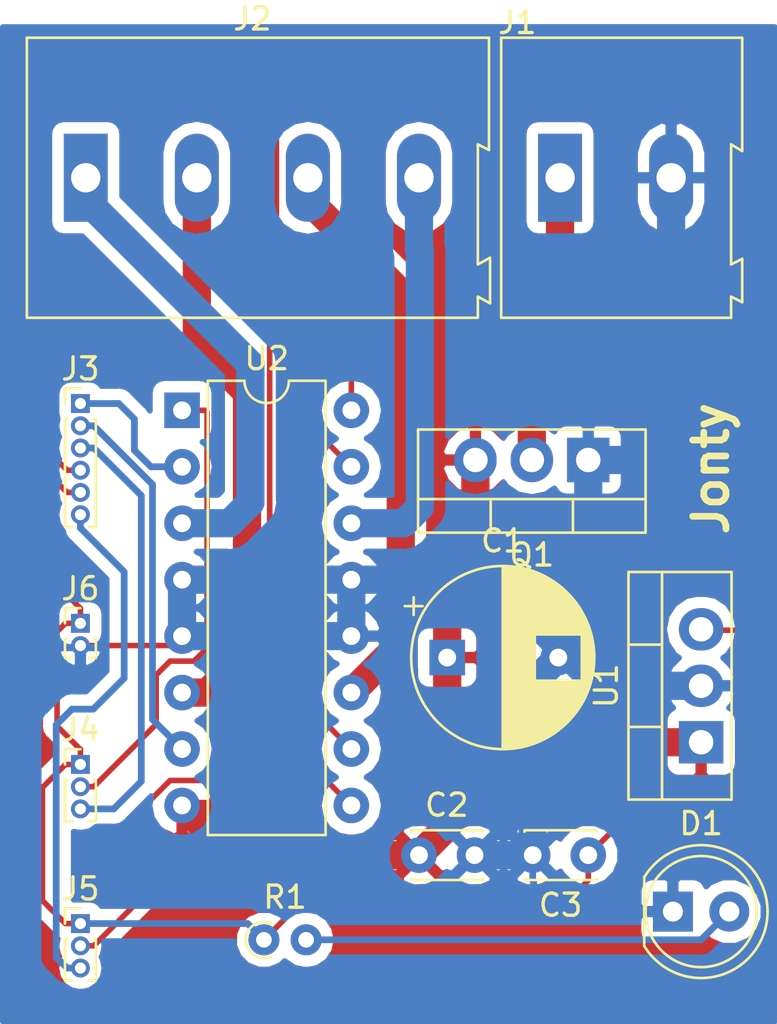
<source format=kicad_pcb>
(kicad_pcb (version 20171130) (host pcbnew "(5.0.2)-1")

  (general
    (thickness 1.6)
    (drawings 1)
    (tracks 159)
    (zones 0)
    (modules 14)
    (nets 18)
  )

  (page A4)
  (layers
    (0 F.Cu signal)
    (31 B.Cu signal)
    (32 B.Adhes user)
    (33 F.Adhes user)
    (34 B.Paste user)
    (35 F.Paste user)
    (36 B.SilkS user)
    (37 F.SilkS user)
    (38 B.Mask user)
    (39 F.Mask user)
    (40 Dwgs.User user)
    (41 Cmts.User user)
    (42 Eco1.User user)
    (43 Eco2.User user)
    (44 Edge.Cuts user)
    (45 Margin user)
    (46 B.CrtYd user)
    (47 F.CrtYd user)
    (48 B.Fab user)
    (49 F.Fab user)
  )

  (setup
    (last_trace_width 0.25)
    (user_trace_width 0.3048)
    (user_trace_width 0.4064)
    (user_trace_width 0.508)
    (user_trace_width 0.6096)
    (user_trace_width 0.8128)
    (user_trace_width 1.016)
    (user_trace_width 1.27)
    (user_trace_width 2.54)
    (trace_clearance 0.2)
    (zone_clearance 0.508)
    (zone_45_only no)
    (trace_min 0.2)
    (segment_width 0.2)
    (edge_width 0.15)
    (via_size 0.8)
    (via_drill 0.4)
    (via_min_size 0.4)
    (via_min_drill 0.3)
    (uvia_size 0.3)
    (uvia_drill 0.1)
    (uvias_allowed no)
    (uvia_min_size 0.2)
    (uvia_min_drill 0.1)
    (pcb_text_width 0.3)
    (pcb_text_size 1.5 1.5)
    (mod_edge_width 0.15)
    (mod_text_size 1 1)
    (mod_text_width 0.15)
    (pad_size 1.524 1.524)
    (pad_drill 0.762)
    (pad_to_mask_clearance 0.051)
    (solder_mask_min_width 0.25)
    (aux_axis_origin 0 0)
    (visible_elements FFFFFF7F)
    (pcbplotparams
      (layerselection 0x010fc_ffffffff)
      (usegerberextensions false)
      (usegerberattributes false)
      (usegerberadvancedattributes false)
      (creategerberjobfile false)
      (excludeedgelayer true)
      (linewidth 0.100000)
      (plotframeref false)
      (viasonmask false)
      (mode 1)
      (useauxorigin false)
      (hpglpennumber 1)
      (hpglpenspeed 20)
      (hpglpendiameter 15.000000)
      (psnegative false)
      (psa4output false)
      (plotreference true)
      (plotvalue true)
      (plotinvisibletext false)
      (padsonsilk false)
      (subtractmaskfromsilk false)
      (outputformat 1)
      (mirror false)
      (drillshape 1)
      (scaleselection 1)
      (outputdirectory ""))
  )

  (net 0 "")
  (net 1 12V)
  (net 2 GND)
  (net 3 5V)
  (net 4 "Net-(J4-Pad2)")
  (net 5 "Net-(J5-Pad2)")
  (net 6 "Net-(J3-Pad1)")
  (net 7 "Net-(J3-Pad4)")
  (net 8 "Net-(J2-Pad1)")
  (net 9 "Net-(J2-Pad3)")
  (net 10 "Net-(J2-Pad2)")
  (net 11 "Net-(J2-Pad4)")
  (net 12 "Net-(J3-Pad2)")
  (net 13 "Net-(J3-Pad5)")
  (net 14 "Net-(D1-Pad2)")
  (net 15 "Net-(J1-Pad1)")
  (net 16 "Net-(J3-Pad3)")
  (net 17 "Net-(J3-Pad6)")

  (net_class Default "This is the default net class."
    (clearance 0.2)
    (trace_width 0.25)
    (via_dia 0.8)
    (via_drill 0.4)
    (uvia_dia 0.3)
    (uvia_drill 0.1)
    (add_net 12V)
    (add_net 5V)
    (add_net GND)
    (add_net "Net-(D1-Pad2)")
    (add_net "Net-(J1-Pad1)")
    (add_net "Net-(J2-Pad1)")
    (add_net "Net-(J2-Pad2)")
    (add_net "Net-(J2-Pad3)")
    (add_net "Net-(J2-Pad4)")
    (add_net "Net-(J3-Pad1)")
    (add_net "Net-(J3-Pad2)")
    (add_net "Net-(J3-Pad3)")
    (add_net "Net-(J3-Pad4)")
    (add_net "Net-(J3-Pad5)")
    (add_net "Net-(J3-Pad6)")
    (add_net "Net-(J4-Pad2)")
    (add_net "Net-(J5-Pad2)")
  )

  (module Capacitor_THT:CP_Radial_D8.0mm_P5.00mm (layer F.Cu) (tedit 5AE50EF0) (tstamp 5C75370A)
    (at 151.13 63.5)
    (descr "CP, Radial series, Radial, pin pitch=5.00mm, , diameter=8mm, Electrolytic Capacitor")
    (tags "CP Radial series Radial pin pitch 5.00mm  diameter 8mm Electrolytic Capacitor")
    (path /5C68DA5E)
    (fp_text reference C1 (at 2.5 -5.25) (layer F.SilkS)
      (effects (font (size 1 1) (thickness 0.15)))
    )
    (fp_text value "47uF 16V" (at 2.5 5.25) (layer F.Fab)
      (effects (font (size 1 1) (thickness 0.15)))
    )
    (fp_circle (center 2.5 0) (end 6.5 0) (layer F.Fab) (width 0.1))
    (fp_circle (center 2.5 0) (end 6.62 0) (layer F.SilkS) (width 0.12))
    (fp_circle (center 2.5 0) (end 6.75 0) (layer F.CrtYd) (width 0.05))
    (fp_line (start -0.926759 -1.7475) (end -0.126759 -1.7475) (layer F.Fab) (width 0.1))
    (fp_line (start -0.526759 -2.1475) (end -0.526759 -1.3475) (layer F.Fab) (width 0.1))
    (fp_line (start 2.5 -4.08) (end 2.5 4.08) (layer F.SilkS) (width 0.12))
    (fp_line (start 2.54 -4.08) (end 2.54 4.08) (layer F.SilkS) (width 0.12))
    (fp_line (start 2.58 -4.08) (end 2.58 4.08) (layer F.SilkS) (width 0.12))
    (fp_line (start 2.62 -4.079) (end 2.62 4.079) (layer F.SilkS) (width 0.12))
    (fp_line (start 2.66 -4.077) (end 2.66 4.077) (layer F.SilkS) (width 0.12))
    (fp_line (start 2.7 -4.076) (end 2.7 4.076) (layer F.SilkS) (width 0.12))
    (fp_line (start 2.74 -4.074) (end 2.74 4.074) (layer F.SilkS) (width 0.12))
    (fp_line (start 2.78 -4.071) (end 2.78 4.071) (layer F.SilkS) (width 0.12))
    (fp_line (start 2.82 -4.068) (end 2.82 4.068) (layer F.SilkS) (width 0.12))
    (fp_line (start 2.86 -4.065) (end 2.86 4.065) (layer F.SilkS) (width 0.12))
    (fp_line (start 2.9 -4.061) (end 2.9 4.061) (layer F.SilkS) (width 0.12))
    (fp_line (start 2.94 -4.057) (end 2.94 4.057) (layer F.SilkS) (width 0.12))
    (fp_line (start 2.98 -4.052) (end 2.98 4.052) (layer F.SilkS) (width 0.12))
    (fp_line (start 3.02 -4.048) (end 3.02 4.048) (layer F.SilkS) (width 0.12))
    (fp_line (start 3.06 -4.042) (end 3.06 4.042) (layer F.SilkS) (width 0.12))
    (fp_line (start 3.1 -4.037) (end 3.1 4.037) (layer F.SilkS) (width 0.12))
    (fp_line (start 3.14 -4.03) (end 3.14 4.03) (layer F.SilkS) (width 0.12))
    (fp_line (start 3.18 -4.024) (end 3.18 4.024) (layer F.SilkS) (width 0.12))
    (fp_line (start 3.221 -4.017) (end 3.221 4.017) (layer F.SilkS) (width 0.12))
    (fp_line (start 3.261 -4.01) (end 3.261 4.01) (layer F.SilkS) (width 0.12))
    (fp_line (start 3.301 -4.002) (end 3.301 4.002) (layer F.SilkS) (width 0.12))
    (fp_line (start 3.341 -3.994) (end 3.341 3.994) (layer F.SilkS) (width 0.12))
    (fp_line (start 3.381 -3.985) (end 3.381 3.985) (layer F.SilkS) (width 0.12))
    (fp_line (start 3.421 -3.976) (end 3.421 3.976) (layer F.SilkS) (width 0.12))
    (fp_line (start 3.461 -3.967) (end 3.461 3.967) (layer F.SilkS) (width 0.12))
    (fp_line (start 3.501 -3.957) (end 3.501 3.957) (layer F.SilkS) (width 0.12))
    (fp_line (start 3.541 -3.947) (end 3.541 3.947) (layer F.SilkS) (width 0.12))
    (fp_line (start 3.581 -3.936) (end 3.581 3.936) (layer F.SilkS) (width 0.12))
    (fp_line (start 3.621 -3.925) (end 3.621 3.925) (layer F.SilkS) (width 0.12))
    (fp_line (start 3.661 -3.914) (end 3.661 3.914) (layer F.SilkS) (width 0.12))
    (fp_line (start 3.701 -3.902) (end 3.701 3.902) (layer F.SilkS) (width 0.12))
    (fp_line (start 3.741 -3.889) (end 3.741 3.889) (layer F.SilkS) (width 0.12))
    (fp_line (start 3.781 -3.877) (end 3.781 3.877) (layer F.SilkS) (width 0.12))
    (fp_line (start 3.821 -3.863) (end 3.821 3.863) (layer F.SilkS) (width 0.12))
    (fp_line (start 3.861 -3.85) (end 3.861 3.85) (layer F.SilkS) (width 0.12))
    (fp_line (start 3.901 -3.835) (end 3.901 3.835) (layer F.SilkS) (width 0.12))
    (fp_line (start 3.941 -3.821) (end 3.941 3.821) (layer F.SilkS) (width 0.12))
    (fp_line (start 3.981 -3.805) (end 3.981 -1.04) (layer F.SilkS) (width 0.12))
    (fp_line (start 3.981 1.04) (end 3.981 3.805) (layer F.SilkS) (width 0.12))
    (fp_line (start 4.021 -3.79) (end 4.021 -1.04) (layer F.SilkS) (width 0.12))
    (fp_line (start 4.021 1.04) (end 4.021 3.79) (layer F.SilkS) (width 0.12))
    (fp_line (start 4.061 -3.774) (end 4.061 -1.04) (layer F.SilkS) (width 0.12))
    (fp_line (start 4.061 1.04) (end 4.061 3.774) (layer F.SilkS) (width 0.12))
    (fp_line (start 4.101 -3.757) (end 4.101 -1.04) (layer F.SilkS) (width 0.12))
    (fp_line (start 4.101 1.04) (end 4.101 3.757) (layer F.SilkS) (width 0.12))
    (fp_line (start 4.141 -3.74) (end 4.141 -1.04) (layer F.SilkS) (width 0.12))
    (fp_line (start 4.141 1.04) (end 4.141 3.74) (layer F.SilkS) (width 0.12))
    (fp_line (start 4.181 -3.722) (end 4.181 -1.04) (layer F.SilkS) (width 0.12))
    (fp_line (start 4.181 1.04) (end 4.181 3.722) (layer F.SilkS) (width 0.12))
    (fp_line (start 4.221 -3.704) (end 4.221 -1.04) (layer F.SilkS) (width 0.12))
    (fp_line (start 4.221 1.04) (end 4.221 3.704) (layer F.SilkS) (width 0.12))
    (fp_line (start 4.261 -3.686) (end 4.261 -1.04) (layer F.SilkS) (width 0.12))
    (fp_line (start 4.261 1.04) (end 4.261 3.686) (layer F.SilkS) (width 0.12))
    (fp_line (start 4.301 -3.666) (end 4.301 -1.04) (layer F.SilkS) (width 0.12))
    (fp_line (start 4.301 1.04) (end 4.301 3.666) (layer F.SilkS) (width 0.12))
    (fp_line (start 4.341 -3.647) (end 4.341 -1.04) (layer F.SilkS) (width 0.12))
    (fp_line (start 4.341 1.04) (end 4.341 3.647) (layer F.SilkS) (width 0.12))
    (fp_line (start 4.381 -3.627) (end 4.381 -1.04) (layer F.SilkS) (width 0.12))
    (fp_line (start 4.381 1.04) (end 4.381 3.627) (layer F.SilkS) (width 0.12))
    (fp_line (start 4.421 -3.606) (end 4.421 -1.04) (layer F.SilkS) (width 0.12))
    (fp_line (start 4.421 1.04) (end 4.421 3.606) (layer F.SilkS) (width 0.12))
    (fp_line (start 4.461 -3.584) (end 4.461 -1.04) (layer F.SilkS) (width 0.12))
    (fp_line (start 4.461 1.04) (end 4.461 3.584) (layer F.SilkS) (width 0.12))
    (fp_line (start 4.501 -3.562) (end 4.501 -1.04) (layer F.SilkS) (width 0.12))
    (fp_line (start 4.501 1.04) (end 4.501 3.562) (layer F.SilkS) (width 0.12))
    (fp_line (start 4.541 -3.54) (end 4.541 -1.04) (layer F.SilkS) (width 0.12))
    (fp_line (start 4.541 1.04) (end 4.541 3.54) (layer F.SilkS) (width 0.12))
    (fp_line (start 4.581 -3.517) (end 4.581 -1.04) (layer F.SilkS) (width 0.12))
    (fp_line (start 4.581 1.04) (end 4.581 3.517) (layer F.SilkS) (width 0.12))
    (fp_line (start 4.621 -3.493) (end 4.621 -1.04) (layer F.SilkS) (width 0.12))
    (fp_line (start 4.621 1.04) (end 4.621 3.493) (layer F.SilkS) (width 0.12))
    (fp_line (start 4.661 -3.469) (end 4.661 -1.04) (layer F.SilkS) (width 0.12))
    (fp_line (start 4.661 1.04) (end 4.661 3.469) (layer F.SilkS) (width 0.12))
    (fp_line (start 4.701 -3.444) (end 4.701 -1.04) (layer F.SilkS) (width 0.12))
    (fp_line (start 4.701 1.04) (end 4.701 3.444) (layer F.SilkS) (width 0.12))
    (fp_line (start 4.741 -3.418) (end 4.741 -1.04) (layer F.SilkS) (width 0.12))
    (fp_line (start 4.741 1.04) (end 4.741 3.418) (layer F.SilkS) (width 0.12))
    (fp_line (start 4.781 -3.392) (end 4.781 -1.04) (layer F.SilkS) (width 0.12))
    (fp_line (start 4.781 1.04) (end 4.781 3.392) (layer F.SilkS) (width 0.12))
    (fp_line (start 4.821 -3.365) (end 4.821 -1.04) (layer F.SilkS) (width 0.12))
    (fp_line (start 4.821 1.04) (end 4.821 3.365) (layer F.SilkS) (width 0.12))
    (fp_line (start 4.861 -3.338) (end 4.861 -1.04) (layer F.SilkS) (width 0.12))
    (fp_line (start 4.861 1.04) (end 4.861 3.338) (layer F.SilkS) (width 0.12))
    (fp_line (start 4.901 -3.309) (end 4.901 -1.04) (layer F.SilkS) (width 0.12))
    (fp_line (start 4.901 1.04) (end 4.901 3.309) (layer F.SilkS) (width 0.12))
    (fp_line (start 4.941 -3.28) (end 4.941 -1.04) (layer F.SilkS) (width 0.12))
    (fp_line (start 4.941 1.04) (end 4.941 3.28) (layer F.SilkS) (width 0.12))
    (fp_line (start 4.981 -3.25) (end 4.981 -1.04) (layer F.SilkS) (width 0.12))
    (fp_line (start 4.981 1.04) (end 4.981 3.25) (layer F.SilkS) (width 0.12))
    (fp_line (start 5.021 -3.22) (end 5.021 -1.04) (layer F.SilkS) (width 0.12))
    (fp_line (start 5.021 1.04) (end 5.021 3.22) (layer F.SilkS) (width 0.12))
    (fp_line (start 5.061 -3.189) (end 5.061 -1.04) (layer F.SilkS) (width 0.12))
    (fp_line (start 5.061 1.04) (end 5.061 3.189) (layer F.SilkS) (width 0.12))
    (fp_line (start 5.101 -3.156) (end 5.101 -1.04) (layer F.SilkS) (width 0.12))
    (fp_line (start 5.101 1.04) (end 5.101 3.156) (layer F.SilkS) (width 0.12))
    (fp_line (start 5.141 -3.124) (end 5.141 -1.04) (layer F.SilkS) (width 0.12))
    (fp_line (start 5.141 1.04) (end 5.141 3.124) (layer F.SilkS) (width 0.12))
    (fp_line (start 5.181 -3.09) (end 5.181 -1.04) (layer F.SilkS) (width 0.12))
    (fp_line (start 5.181 1.04) (end 5.181 3.09) (layer F.SilkS) (width 0.12))
    (fp_line (start 5.221 -3.055) (end 5.221 -1.04) (layer F.SilkS) (width 0.12))
    (fp_line (start 5.221 1.04) (end 5.221 3.055) (layer F.SilkS) (width 0.12))
    (fp_line (start 5.261 -3.019) (end 5.261 -1.04) (layer F.SilkS) (width 0.12))
    (fp_line (start 5.261 1.04) (end 5.261 3.019) (layer F.SilkS) (width 0.12))
    (fp_line (start 5.301 -2.983) (end 5.301 -1.04) (layer F.SilkS) (width 0.12))
    (fp_line (start 5.301 1.04) (end 5.301 2.983) (layer F.SilkS) (width 0.12))
    (fp_line (start 5.341 -2.945) (end 5.341 -1.04) (layer F.SilkS) (width 0.12))
    (fp_line (start 5.341 1.04) (end 5.341 2.945) (layer F.SilkS) (width 0.12))
    (fp_line (start 5.381 -2.907) (end 5.381 -1.04) (layer F.SilkS) (width 0.12))
    (fp_line (start 5.381 1.04) (end 5.381 2.907) (layer F.SilkS) (width 0.12))
    (fp_line (start 5.421 -2.867) (end 5.421 -1.04) (layer F.SilkS) (width 0.12))
    (fp_line (start 5.421 1.04) (end 5.421 2.867) (layer F.SilkS) (width 0.12))
    (fp_line (start 5.461 -2.826) (end 5.461 -1.04) (layer F.SilkS) (width 0.12))
    (fp_line (start 5.461 1.04) (end 5.461 2.826) (layer F.SilkS) (width 0.12))
    (fp_line (start 5.501 -2.784) (end 5.501 -1.04) (layer F.SilkS) (width 0.12))
    (fp_line (start 5.501 1.04) (end 5.501 2.784) (layer F.SilkS) (width 0.12))
    (fp_line (start 5.541 -2.741) (end 5.541 -1.04) (layer F.SilkS) (width 0.12))
    (fp_line (start 5.541 1.04) (end 5.541 2.741) (layer F.SilkS) (width 0.12))
    (fp_line (start 5.581 -2.697) (end 5.581 -1.04) (layer F.SilkS) (width 0.12))
    (fp_line (start 5.581 1.04) (end 5.581 2.697) (layer F.SilkS) (width 0.12))
    (fp_line (start 5.621 -2.651) (end 5.621 -1.04) (layer F.SilkS) (width 0.12))
    (fp_line (start 5.621 1.04) (end 5.621 2.651) (layer F.SilkS) (width 0.12))
    (fp_line (start 5.661 -2.604) (end 5.661 -1.04) (layer F.SilkS) (width 0.12))
    (fp_line (start 5.661 1.04) (end 5.661 2.604) (layer F.SilkS) (width 0.12))
    (fp_line (start 5.701 -2.556) (end 5.701 -1.04) (layer F.SilkS) (width 0.12))
    (fp_line (start 5.701 1.04) (end 5.701 2.556) (layer F.SilkS) (width 0.12))
    (fp_line (start 5.741 -2.505) (end 5.741 -1.04) (layer F.SilkS) (width 0.12))
    (fp_line (start 5.741 1.04) (end 5.741 2.505) (layer F.SilkS) (width 0.12))
    (fp_line (start 5.781 -2.454) (end 5.781 -1.04) (layer F.SilkS) (width 0.12))
    (fp_line (start 5.781 1.04) (end 5.781 2.454) (layer F.SilkS) (width 0.12))
    (fp_line (start 5.821 -2.4) (end 5.821 -1.04) (layer F.SilkS) (width 0.12))
    (fp_line (start 5.821 1.04) (end 5.821 2.4) (layer F.SilkS) (width 0.12))
    (fp_line (start 5.861 -2.345) (end 5.861 -1.04) (layer F.SilkS) (width 0.12))
    (fp_line (start 5.861 1.04) (end 5.861 2.345) (layer F.SilkS) (width 0.12))
    (fp_line (start 5.901 -2.287) (end 5.901 -1.04) (layer F.SilkS) (width 0.12))
    (fp_line (start 5.901 1.04) (end 5.901 2.287) (layer F.SilkS) (width 0.12))
    (fp_line (start 5.941 -2.228) (end 5.941 -1.04) (layer F.SilkS) (width 0.12))
    (fp_line (start 5.941 1.04) (end 5.941 2.228) (layer F.SilkS) (width 0.12))
    (fp_line (start 5.981 -2.166) (end 5.981 -1.04) (layer F.SilkS) (width 0.12))
    (fp_line (start 5.981 1.04) (end 5.981 2.166) (layer F.SilkS) (width 0.12))
    (fp_line (start 6.021 -2.102) (end 6.021 -1.04) (layer F.SilkS) (width 0.12))
    (fp_line (start 6.021 1.04) (end 6.021 2.102) (layer F.SilkS) (width 0.12))
    (fp_line (start 6.061 -2.034) (end 6.061 2.034) (layer F.SilkS) (width 0.12))
    (fp_line (start 6.101 -1.964) (end 6.101 1.964) (layer F.SilkS) (width 0.12))
    (fp_line (start 6.141 -1.89) (end 6.141 1.89) (layer F.SilkS) (width 0.12))
    (fp_line (start 6.181 -1.813) (end 6.181 1.813) (layer F.SilkS) (width 0.12))
    (fp_line (start 6.221 -1.731) (end 6.221 1.731) (layer F.SilkS) (width 0.12))
    (fp_line (start 6.261 -1.645) (end 6.261 1.645) (layer F.SilkS) (width 0.12))
    (fp_line (start 6.301 -1.552) (end 6.301 1.552) (layer F.SilkS) (width 0.12))
    (fp_line (start 6.341 -1.453) (end 6.341 1.453) (layer F.SilkS) (width 0.12))
    (fp_line (start 6.381 -1.346) (end 6.381 1.346) (layer F.SilkS) (width 0.12))
    (fp_line (start 6.421 -1.229) (end 6.421 1.229) (layer F.SilkS) (width 0.12))
    (fp_line (start 6.461 -1.098) (end 6.461 1.098) (layer F.SilkS) (width 0.12))
    (fp_line (start 6.501 -0.948) (end 6.501 0.948) (layer F.SilkS) (width 0.12))
    (fp_line (start 6.541 -0.768) (end 6.541 0.768) (layer F.SilkS) (width 0.12))
    (fp_line (start 6.581 -0.533) (end 6.581 0.533) (layer F.SilkS) (width 0.12))
    (fp_line (start -1.909698 -2.315) (end -1.109698 -2.315) (layer F.SilkS) (width 0.12))
    (fp_line (start -1.509698 -2.715) (end -1.509698 -1.915) (layer F.SilkS) (width 0.12))
    (fp_text user %R (at 2.5 0) (layer F.Fab)
      (effects (font (size 1 1) (thickness 0.15)))
    )
    (pad 1 thru_hole rect (at 0 0) (size 1.6 1.6) (drill 0.8) (layers *.Cu *.Mask)
      (net 1 12V))
    (pad 2 thru_hole circle (at 5 0) (size 1.6 1.6) (drill 0.8) (layers *.Cu *.Mask)
      (net 2 GND))
    (model ${KISYS3DMOD}/Capacitor_THT.3dshapes/CP_Radial_D8.0mm_P5.00mm.wrl
      (at (xyz 0 0 0))
      (scale (xyz 1 1 1))
      (rotate (xyz 0 0 0))
    )
  )

  (module Capacitor_THT:C_Disc_D3.0mm_W2.0mm_P2.50mm (layer F.Cu) (tedit 5AE50EF0) (tstamp 5C753AD8)
    (at 149.86 72.39)
    (descr "C, Disc series, Radial, pin pitch=2.50mm, , diameter*width=3*2mm^2, Capacitor")
    (tags "C Disc series Radial pin pitch 2.50mm  diameter 3mm width 2mm Capacitor")
    (path /5C68D993)
    (fp_text reference C2 (at 1.25 -2.25) (layer F.SilkS)
      (effects (font (size 1 1) (thickness 0.15)))
    )
    (fp_text value 0.33uF (at 1.25 2.25) (layer F.Fab)
      (effects (font (size 1 1) (thickness 0.15)))
    )
    (fp_line (start -0.25 -1) (end -0.25 1) (layer F.Fab) (width 0.1))
    (fp_line (start -0.25 1) (end 2.75 1) (layer F.Fab) (width 0.1))
    (fp_line (start 2.75 1) (end 2.75 -1) (layer F.Fab) (width 0.1))
    (fp_line (start 2.75 -1) (end -0.25 -1) (layer F.Fab) (width 0.1))
    (fp_line (start -0.37 -1.12) (end 2.87 -1.12) (layer F.SilkS) (width 0.12))
    (fp_line (start -0.37 1.12) (end 2.87 1.12) (layer F.SilkS) (width 0.12))
    (fp_line (start -0.37 -1.12) (end -0.37 -1.055) (layer F.SilkS) (width 0.12))
    (fp_line (start -0.37 1.055) (end -0.37 1.12) (layer F.SilkS) (width 0.12))
    (fp_line (start 2.87 -1.12) (end 2.87 -1.055) (layer F.SilkS) (width 0.12))
    (fp_line (start 2.87 1.055) (end 2.87 1.12) (layer F.SilkS) (width 0.12))
    (fp_line (start -1.05 -1.25) (end -1.05 1.25) (layer F.CrtYd) (width 0.05))
    (fp_line (start -1.05 1.25) (end 3.55 1.25) (layer F.CrtYd) (width 0.05))
    (fp_line (start 3.55 1.25) (end 3.55 -1.25) (layer F.CrtYd) (width 0.05))
    (fp_line (start 3.55 -1.25) (end -1.05 -1.25) (layer F.CrtYd) (width 0.05))
    (fp_text user %R (at 1.25 0) (layer F.Fab)
      (effects (font (size 0.6 0.6) (thickness 0.09)))
    )
    (pad 1 thru_hole circle (at 0 0) (size 1.6 1.6) (drill 0.8) (layers *.Cu *.Mask)
      (net 1 12V))
    (pad 2 thru_hole circle (at 2.5 0) (size 1.6 1.6) (drill 0.8) (layers *.Cu *.Mask)
      (net 2 GND))
    (model ${KISYS3DMOD}/Capacitor_THT.3dshapes/C_Disc_D3.0mm_W2.0mm_P2.50mm.wrl
      (at (xyz 0 0 0))
      (scale (xyz 1 1 1))
      (rotate (xyz 0 0 0))
    )
  )

  (module Capacitor_THT:C_Disc_D3.0mm_W2.0mm_P2.50mm (layer F.Cu) (tedit 5AE50EF0) (tstamp 5C753960)
    (at 157.48 72.39 180)
    (descr "C, Disc series, Radial, pin pitch=2.50mm, , diameter*width=3*2mm^2, Capacitor")
    (tags "C Disc series Radial pin pitch 2.50mm  diameter 3mm width 2mm Capacitor")
    (path /5C68D9D1)
    (fp_text reference C3 (at 1.25 -2.25 180) (layer F.SilkS)
      (effects (font (size 1 1) (thickness 0.15)))
    )
    (fp_text value 0.1uF' (at 1.25 2.25 180) (layer F.Fab)
      (effects (font (size 1 1) (thickness 0.15)))
    )
    (fp_text user %R (at 1.25 0 180) (layer F.Fab)
      (effects (font (size 0.6 0.6) (thickness 0.09)))
    )
    (fp_line (start 3.55 -1.25) (end -1.05 -1.25) (layer F.CrtYd) (width 0.05))
    (fp_line (start 3.55 1.25) (end 3.55 -1.25) (layer F.CrtYd) (width 0.05))
    (fp_line (start -1.05 1.25) (end 3.55 1.25) (layer F.CrtYd) (width 0.05))
    (fp_line (start -1.05 -1.25) (end -1.05 1.25) (layer F.CrtYd) (width 0.05))
    (fp_line (start 2.87 1.055) (end 2.87 1.12) (layer F.SilkS) (width 0.12))
    (fp_line (start 2.87 -1.12) (end 2.87 -1.055) (layer F.SilkS) (width 0.12))
    (fp_line (start -0.37 1.055) (end -0.37 1.12) (layer F.SilkS) (width 0.12))
    (fp_line (start -0.37 -1.12) (end -0.37 -1.055) (layer F.SilkS) (width 0.12))
    (fp_line (start -0.37 1.12) (end 2.87 1.12) (layer F.SilkS) (width 0.12))
    (fp_line (start -0.37 -1.12) (end 2.87 -1.12) (layer F.SilkS) (width 0.12))
    (fp_line (start 2.75 -1) (end -0.25 -1) (layer F.Fab) (width 0.1))
    (fp_line (start 2.75 1) (end 2.75 -1) (layer F.Fab) (width 0.1))
    (fp_line (start -0.25 1) (end 2.75 1) (layer F.Fab) (width 0.1))
    (fp_line (start -0.25 -1) (end -0.25 1) (layer F.Fab) (width 0.1))
    (pad 2 thru_hole circle (at 2.5 0 180) (size 1.6 1.6) (drill 0.8) (layers *.Cu *.Mask)
      (net 2 GND))
    (pad 1 thru_hole circle (at 0 0 180) (size 1.6 1.6) (drill 0.8) (layers *.Cu *.Mask)
      (net 3 5V))
    (model ${KISYS3DMOD}/Capacitor_THT.3dshapes/C_Disc_D3.0mm_W2.0mm_P2.50mm.wrl
      (at (xyz 0 0 0))
      (scale (xyz 1 1 1))
      (rotate (xyz 0 0 0))
    )
  )

  (module LED_THT:LED_D5.0mm (layer F.Cu) (tedit 5995936A) (tstamp 5C751952)
    (at 161.29 74.93)
    (descr "LED, diameter 5.0mm, 2 pins, http://cdn-reichelt.de/documents/datenblatt/A500/LL-504BC2E-009.pdf")
    (tags "LED diameter 5.0mm 2 pins")
    (path /5C67F48D)
    (fp_text reference D1 (at 1.27 -3.96) (layer F.SilkS)
      (effects (font (size 1 1) (thickness 0.15)))
    )
    (fp_text value LED (at 1.27 3.96) (layer F.Fab)
      (effects (font (size 1 1) (thickness 0.15)))
    )
    (fp_arc (start 1.27 0) (end -1.23 -1.469694) (angle 299.1) (layer F.Fab) (width 0.1))
    (fp_arc (start 1.27 0) (end -1.29 -1.54483) (angle 148.9) (layer F.SilkS) (width 0.12))
    (fp_arc (start 1.27 0) (end -1.29 1.54483) (angle -148.9) (layer F.SilkS) (width 0.12))
    (fp_circle (center 1.27 0) (end 3.77 0) (layer F.Fab) (width 0.1))
    (fp_circle (center 1.27 0) (end 3.77 0) (layer F.SilkS) (width 0.12))
    (fp_line (start -1.23 -1.469694) (end -1.23 1.469694) (layer F.Fab) (width 0.1))
    (fp_line (start -1.29 -1.545) (end -1.29 1.545) (layer F.SilkS) (width 0.12))
    (fp_line (start -1.95 -3.25) (end -1.95 3.25) (layer F.CrtYd) (width 0.05))
    (fp_line (start -1.95 3.25) (end 4.5 3.25) (layer F.CrtYd) (width 0.05))
    (fp_line (start 4.5 3.25) (end 4.5 -3.25) (layer F.CrtYd) (width 0.05))
    (fp_line (start 4.5 -3.25) (end -1.95 -3.25) (layer F.CrtYd) (width 0.05))
    (fp_text user %R (at 1.25 0) (layer F.Fab)
      (effects (font (size 0.8 0.8) (thickness 0.2)))
    )
    (pad 1 thru_hole rect (at 0 0) (size 1.8 1.8) (drill 0.9) (layers *.Cu *.Mask)
      (net 2 GND))
    (pad 2 thru_hole circle (at 2.54 0) (size 1.8 1.8) (drill 0.9) (layers *.Cu *.Mask)
      (net 14 "Net-(D1-Pad2)"))
    (model ${KISYS3DMOD}/LED_THT.3dshapes/LED_D5.0mm.wrl
      (at (xyz 0 0 0))
      (scale (xyz 1 1 1))
      (rotate (xyz 0 0 0))
    )
  )

  (module TerminalBlock:TerminalBlock_Altech_AK300-2_P5.00mm (layer F.Cu) (tedit 59FF0306) (tstamp 5C754463)
    (at 156.21 41.91)
    (descr "Altech AK300 terminal block, pitch 5.0mm, 45 degree angled, see http://www.mouser.com/ds/2/16/PCBMETRC-24178.pdf")
    (tags "Altech AK300 terminal block pitch 5.0mm")
    (path /5C67EB33)
    (fp_text reference J1 (at -1.92 -6.99) (layer F.SilkS)
      (effects (font (size 1 1) (thickness 0.15)))
    )
    (fp_text value Supply (at 2.78 7.75) (layer F.Fab)
      (effects (font (size 1 1) (thickness 0.15)))
    )
    (fp_text user %R (at 2.5 -2) (layer F.Fab)
      (effects (font (size 1 1) (thickness 0.15)))
    )
    (fp_line (start -2.65 -6.3) (end -2.65 6.3) (layer F.SilkS) (width 0.12))
    (fp_line (start -2.65 6.3) (end 7.7 6.3) (layer F.SilkS) (width 0.12))
    (fp_line (start 7.7 6.3) (end 7.7 5.35) (layer F.SilkS) (width 0.12))
    (fp_line (start 7.7 5.35) (end 8.2 5.6) (layer F.SilkS) (width 0.12))
    (fp_line (start 8.2 5.6) (end 8.2 3.7) (layer F.SilkS) (width 0.12))
    (fp_line (start 8.2 3.7) (end 8.2 3.65) (layer F.SilkS) (width 0.12))
    (fp_line (start 8.2 3.65) (end 7.7 3.9) (layer F.SilkS) (width 0.12))
    (fp_line (start 7.7 3.9) (end 7.7 -1.5) (layer F.SilkS) (width 0.12))
    (fp_line (start 7.7 -1.5) (end 8.2 -1.2) (layer F.SilkS) (width 0.12))
    (fp_line (start 8.2 -1.2) (end 8.2 -6.3) (layer F.SilkS) (width 0.12))
    (fp_line (start 8.2 -6.3) (end -2.65 -6.3) (layer F.SilkS) (width 0.12))
    (fp_line (start -1.26 2.54) (end 1.28 2.54) (layer F.Fab) (width 0.1))
    (fp_line (start 1.28 2.54) (end 1.28 -0.25) (layer F.Fab) (width 0.1))
    (fp_line (start -1.26 -0.25) (end 1.28 -0.25) (layer F.Fab) (width 0.1))
    (fp_line (start -1.26 2.54) (end -1.26 -0.25) (layer F.Fab) (width 0.1))
    (fp_line (start 3.74 2.54) (end 6.28 2.54) (layer F.Fab) (width 0.1))
    (fp_line (start 6.28 2.54) (end 6.28 -0.25) (layer F.Fab) (width 0.1))
    (fp_line (start 3.74 -0.25) (end 6.28 -0.25) (layer F.Fab) (width 0.1))
    (fp_line (start 3.74 2.54) (end 3.74 -0.25) (layer F.Fab) (width 0.1))
    (fp_line (start 7.61 -6.22) (end 7.61 -3.17) (layer F.Fab) (width 0.1))
    (fp_line (start 7.61 -6.22) (end -2.58 -6.22) (layer F.Fab) (width 0.1))
    (fp_line (start 7.61 -6.22) (end 8.11 -6.22) (layer F.Fab) (width 0.1))
    (fp_line (start 8.11 -6.22) (end 8.11 -1.4) (layer F.Fab) (width 0.1))
    (fp_line (start 8.11 -1.4) (end 7.61 -1.65) (layer F.Fab) (width 0.1))
    (fp_line (start 8.11 5.46) (end 7.61 5.21) (layer F.Fab) (width 0.1))
    (fp_line (start 7.61 5.21) (end 7.61 6.22) (layer F.Fab) (width 0.1))
    (fp_line (start 8.11 3.81) (end 7.61 4.06) (layer F.Fab) (width 0.1))
    (fp_line (start 7.61 4.06) (end 7.61 5.21) (layer F.Fab) (width 0.1))
    (fp_line (start 8.11 3.81) (end 8.11 5.46) (layer F.Fab) (width 0.1))
    (fp_line (start 2.98 6.22) (end 2.98 4.32) (layer F.Fab) (width 0.1))
    (fp_line (start 7.05 -0.25) (end 7.05 4.32) (layer F.Fab) (width 0.1))
    (fp_line (start 2.98 6.22) (end 7.05 6.22) (layer F.Fab) (width 0.1))
    (fp_line (start 7.05 6.22) (end 7.61 6.22) (layer F.Fab) (width 0.1))
    (fp_line (start 2.04 6.22) (end 2.04 4.32) (layer F.Fab) (width 0.1))
    (fp_line (start 2.04 6.22) (end 2.98 6.22) (layer F.Fab) (width 0.1))
    (fp_line (start -2.02 -0.25) (end -2.02 4.32) (layer F.Fab) (width 0.1))
    (fp_line (start -2.58 6.22) (end -2.02 6.22) (layer F.Fab) (width 0.1))
    (fp_line (start -2.02 6.22) (end 2.04 6.22) (layer F.Fab) (width 0.1))
    (fp_line (start 2.98 4.32) (end 7.05 4.32) (layer F.Fab) (width 0.1))
    (fp_line (start 2.98 4.32) (end 2.98 -0.25) (layer F.Fab) (width 0.1))
    (fp_line (start 7.05 4.32) (end 7.05 6.22) (layer F.Fab) (width 0.1))
    (fp_line (start 2.04 4.32) (end -2.02 4.32) (layer F.Fab) (width 0.1))
    (fp_line (start 2.04 4.32) (end 2.04 -0.25) (layer F.Fab) (width 0.1))
    (fp_line (start -2.02 4.32) (end -2.02 6.22) (layer F.Fab) (width 0.1))
    (fp_line (start 6.67 3.68) (end 6.67 0.51) (layer F.Fab) (width 0.1))
    (fp_line (start 6.67 3.68) (end 3.36 3.68) (layer F.Fab) (width 0.1))
    (fp_line (start 3.36 3.68) (end 3.36 0.51) (layer F.Fab) (width 0.1))
    (fp_line (start 1.66 3.68) (end 1.66 0.51) (layer F.Fab) (width 0.1))
    (fp_line (start 1.66 3.68) (end -1.64 3.68) (layer F.Fab) (width 0.1))
    (fp_line (start -1.64 3.68) (end -1.64 0.51) (layer F.Fab) (width 0.1))
    (fp_line (start -1.64 0.51) (end -1.26 0.51) (layer F.Fab) (width 0.1))
    (fp_line (start 1.66 0.51) (end 1.28 0.51) (layer F.Fab) (width 0.1))
    (fp_line (start 3.36 0.51) (end 3.74 0.51) (layer F.Fab) (width 0.1))
    (fp_line (start 6.67 0.51) (end 6.28 0.51) (layer F.Fab) (width 0.1))
    (fp_line (start -2.58 6.22) (end -2.58 -0.64) (layer F.Fab) (width 0.1))
    (fp_line (start -2.58 -0.64) (end -2.58 -3.17) (layer F.Fab) (width 0.1))
    (fp_line (start 7.61 -1.65) (end 7.61 -0.64) (layer F.Fab) (width 0.1))
    (fp_line (start 7.61 -0.64) (end 7.61 4.06) (layer F.Fab) (width 0.1))
    (fp_line (start -2.58 -3.17) (end 7.61 -3.17) (layer F.Fab) (width 0.1))
    (fp_line (start -2.58 -3.17) (end -2.58 -6.22) (layer F.Fab) (width 0.1))
    (fp_line (start 7.61 -3.17) (end 7.61 -1.65) (layer F.Fab) (width 0.1))
    (fp_line (start 2.98 -3.43) (end 2.98 -5.97) (layer F.Fab) (width 0.1))
    (fp_line (start 2.98 -5.97) (end 7.05 -5.97) (layer F.Fab) (width 0.1))
    (fp_line (start 7.05 -5.97) (end 7.05 -3.43) (layer F.Fab) (width 0.1))
    (fp_line (start 7.05 -3.43) (end 2.98 -3.43) (layer F.Fab) (width 0.1))
    (fp_line (start 2.04 -3.43) (end 2.04 -5.97) (layer F.Fab) (width 0.1))
    (fp_line (start 2.04 -3.43) (end -2.02 -3.43) (layer F.Fab) (width 0.1))
    (fp_line (start -2.02 -3.43) (end -2.02 -5.97) (layer F.Fab) (width 0.1))
    (fp_line (start 2.04 -5.97) (end -2.02 -5.97) (layer F.Fab) (width 0.1))
    (fp_line (start 3.39 -4.45) (end 6.44 -5.08) (layer F.Fab) (width 0.1))
    (fp_line (start 3.52 -4.32) (end 6.56 -4.95) (layer F.Fab) (width 0.1))
    (fp_line (start -1.62 -4.45) (end 1.44 -5.08) (layer F.Fab) (width 0.1))
    (fp_line (start -1.49 -4.32) (end 1.56 -4.95) (layer F.Fab) (width 0.1))
    (fp_line (start -2.02 -0.25) (end -1.64 -0.25) (layer F.Fab) (width 0.1))
    (fp_line (start 2.04 -0.25) (end 1.66 -0.25) (layer F.Fab) (width 0.1))
    (fp_line (start 1.66 -0.25) (end -1.64 -0.25) (layer F.Fab) (width 0.1))
    (fp_line (start -2.58 -0.64) (end -1.64 -0.64) (layer F.Fab) (width 0.1))
    (fp_line (start -1.64 -0.64) (end 1.66 -0.64) (layer F.Fab) (width 0.1))
    (fp_line (start 1.66 -0.64) (end 3.36 -0.64) (layer F.Fab) (width 0.1))
    (fp_line (start 7.61 -0.64) (end 6.67 -0.64) (layer F.Fab) (width 0.1))
    (fp_line (start 6.67 -0.64) (end 3.36 -0.64) (layer F.Fab) (width 0.1))
    (fp_line (start 7.05 -0.25) (end 6.67 -0.25) (layer F.Fab) (width 0.1))
    (fp_line (start 2.98 -0.25) (end 3.36 -0.25) (layer F.Fab) (width 0.1))
    (fp_line (start 3.36 -0.25) (end 6.67 -0.25) (layer F.Fab) (width 0.1))
    (fp_line (start -2.83 -6.47) (end 8.36 -6.47) (layer F.CrtYd) (width 0.05))
    (fp_line (start -2.83 -6.47) (end -2.83 6.47) (layer F.CrtYd) (width 0.05))
    (fp_line (start 8.36 6.47) (end 8.36 -6.47) (layer F.CrtYd) (width 0.05))
    (fp_line (start 8.36 6.47) (end -2.83 6.47) (layer F.CrtYd) (width 0.05))
    (fp_arc (start 6.03 -4.59) (end 6.54 -5.05) (angle 90.5) (layer F.Fab) (width 0.1))
    (fp_arc (start 5.07 -6.07) (end 6.53 -4.12) (angle 75.5) (layer F.Fab) (width 0.1))
    (fp_arc (start 4.99 -3.71) (end 3.39 -5) (angle 100) (layer F.Fab) (width 0.1))
    (fp_arc (start 3.87 -4.65) (end 3.58 -4.13) (angle 104.2) (layer F.Fab) (width 0.1))
    (fp_arc (start 1.03 -4.59) (end 1.53 -5.05) (angle 90.5) (layer F.Fab) (width 0.1))
    (fp_arc (start 0.06 -6.07) (end 1.53 -4.12) (angle 75.5) (layer F.Fab) (width 0.1))
    (fp_arc (start -0.01 -3.71) (end -1.62 -5) (angle 100) (layer F.Fab) (width 0.1))
    (fp_arc (start -1.13 -4.65) (end -1.42 -4.13) (angle 104.2) (layer F.Fab) (width 0.1))
    (pad 1 thru_hole rect (at 0 0) (size 1.98 3.96) (drill 1.32) (layers *.Cu *.Mask)
      (net 15 "Net-(J1-Pad1)"))
    (pad 2 thru_hole oval (at 5 0) (size 1.98 3.96) (drill 1.32) (layers *.Cu *.Mask)
      (net 2 GND))
    (model ${KISYS3DMOD}/TerminalBlock.3dshapes/TerminalBlock_Altech_AK300-2_P5.00mm.wrl
      (at (xyz 0 0 0))
      (scale (xyz 1 1 1))
      (rotate (xyz 0 0 0))
    )
  )

  (module TerminalBlock:TerminalBlock_Altech_AK300-4_P5.00mm (layer F.Cu) (tedit 59FF0306) (tstamp 5C751F32)
    (at 134.86 41.91)
    (descr "Altech AK300 terminal block, pitch 5.0mm, 45 degree angled, see http://www.mouser.com/ds/2/16/PCBMETRC-24178.pdf")
    (tags "Altech AK300 terminal block pitch 5.0mm")
    (path /5C67EBC0)
    (fp_text reference J2 (at 7.5 -7.15) (layer F.SilkS)
      (effects (font (size 1 1) (thickness 0.15)))
    )
    (fp_text value Motors (at 7.45 7.45) (layer F.Fab)
      (effects (font (size 1 1) (thickness 0.15)))
    )
    (fp_text user %R (at 7.5 -2) (layer F.Fab)
      (effects (font (size 1 1) (thickness 0.15)))
    )
    (fp_line (start -2.65 -6.3) (end 18.15 -6.3) (layer F.SilkS) (width 0.12))
    (fp_line (start 18.15 -6.3) (end 18.15 -1.25) (layer F.SilkS) (width 0.12))
    (fp_line (start 18.15 -1.25) (end 17.65 -1.5) (layer F.SilkS) (width 0.12))
    (fp_line (start 17.65 -1.5) (end 17.65 3.9) (layer F.SilkS) (width 0.12))
    (fp_line (start 17.65 3.9) (end 18.2 3.6) (layer F.SilkS) (width 0.12))
    (fp_line (start 18.2 3.6) (end 18.2 5.65) (layer F.SilkS) (width 0.12))
    (fp_line (start 18.2 5.65) (end 17.65 5.35) (layer F.SilkS) (width 0.12))
    (fp_line (start 17.65 5.35) (end 17.65 6.3) (layer F.SilkS) (width 0.12))
    (fp_line (start 17.65 6.3) (end -2.65 6.3) (layer F.SilkS) (width 0.12))
    (fp_line (start -2.65 6.3) (end -2.65 -6.3) (layer F.SilkS) (width 0.12))
    (fp_line (start 8.75 -0.25) (end 8.75 2.54) (layer F.Fab) (width 0.1))
    (fp_line (start 8.75 2.54) (end 11.29 2.54) (layer F.Fab) (width 0.1))
    (fp_line (start 11.29 2.54) (end 11.29 -0.25) (layer F.Fab) (width 0.1))
    (fp_line (start 7.94 -3.43) (end 7.94 -5.97) (layer F.Fab) (width 0.1))
    (fp_line (start 7.94 -5.97) (end 12 -5.97) (layer F.Fab) (width 0.1))
    (fp_line (start 12 -5.97) (end 12 -3.43) (layer F.Fab) (width 0.1))
    (fp_line (start 12 -3.43) (end 7.94 -3.43) (layer F.Fab) (width 0.1))
    (fp_line (start 8.34 -4.45) (end 11.39 -5.08) (layer F.Fab) (width 0.1))
    (fp_line (start 8.47 -4.32) (end 11.52 -4.95) (layer F.Fab) (width 0.1))
    (fp_line (start 7.99 4.32) (end 12.05 4.32) (layer F.Fab) (width 0.1))
    (fp_line (start 12.05 6.22) (end 12.05 -0.25) (layer F.Fab) (width 0.1))
    (fp_line (start 8.37 0.51) (end 8.75 0.51) (layer F.Fab) (width 0.1))
    (fp_line (start 8.37 0.51) (end 8.37 3.68) (layer F.Fab) (width 0.1))
    (fp_line (start 8.37 3.68) (end 11.67 3.68) (layer F.Fab) (width 0.1))
    (fp_line (start 11.67 3.68) (end 11.67 0.51) (layer F.Fab) (width 0.1))
    (fp_line (start 11.67 0.51) (end 11.29 0.51) (layer F.Fab) (width 0.1))
    (fp_line (start 12.51 -0.64) (end 17.59 -0.64) (layer F.Fab) (width 0.1))
    (fp_line (start 7.99 6.22) (end 7.99 -0.25) (layer F.Fab) (width 0.1))
    (fp_line (start 7.99 -0.25) (end 12.05 -0.25) (layer F.Fab) (width 0.1))
    (fp_line (start 16.95 6.22) (end 13.02 6.22) (layer F.Fab) (width 0.1))
    (fp_line (start 13.17 6.22) (end 7.07 6.22) (layer F.Fab) (width 0.1))
    (fp_line (start 17.59 -3.05) (end -2.58 -3.05) (layer F.Fab) (width 0.1))
    (fp_line (start 17.74 -6.22) (end -2.58 -6.22) (layer F.Fab) (width 0.1))
    (fp_line (start 12.66 -0.64) (end -2.52 -0.64) (layer F.Fab) (width 0.1))
    (fp_line (start 12.95 4) (end 12.95 -0.25) (layer F.Fab) (width 0.1))
    (fp_line (start 13.35 -0.25) (end 16.65 -0.25) (layer F.Fab) (width 0.1))
    (fp_line (start 12.97 -0.25) (end 13.35 -0.25) (layer F.Fab) (width 0.1))
    (fp_line (start 17.03 -0.25) (end 16.65 -0.25) (layer F.Fab) (width 0.1))
    (fp_line (start 13.5 -4.32) (end 16.55 -4.95) (layer F.Fab) (width 0.1))
    (fp_line (start 13.37 -4.45) (end 16.42 -5.08) (layer F.Fab) (width 0.1))
    (fp_line (start 17.03 -3.43) (end 12.97 -3.43) (layer F.Fab) (width 0.1))
    (fp_line (start 17.03 -5.97) (end 17.03 -3.43) (layer F.Fab) (width 0.1))
    (fp_line (start 12.97 -5.97) (end 17.03 -5.97) (layer F.Fab) (width 0.1))
    (fp_line (start 12.97 -3.43) (end 12.97 -5.97) (layer F.Fab) (width 0.1))
    (fp_line (start 17.59 -3.17) (end 17.59 -1.65) (layer F.Fab) (width 0.1))
    (fp_line (start 17.59 -0.64) (end 17.59 4.06) (layer F.Fab) (width 0.1))
    (fp_line (start 17.59 -1.65) (end 17.59 -0.64) (layer F.Fab) (width 0.1))
    (fp_line (start 16.65 0.51) (end 16.27 0.51) (layer F.Fab) (width 0.1))
    (fp_line (start 13.35 0.51) (end 13.73 0.51) (layer F.Fab) (width 0.1))
    (fp_line (start 13.35 3.68) (end 13.35 0.51) (layer F.Fab) (width 0.1))
    (fp_line (start 16.65 3.68) (end 13.35 3.68) (layer F.Fab) (width 0.1))
    (fp_line (start 16.65 3.68) (end 16.65 0.51) (layer F.Fab) (width 0.1))
    (fp_line (start 17.03 4.32) (end 17.03 6.22) (layer F.Fab) (width 0.1))
    (fp_line (start 12.97 4.32) (end 17.03 4.32) (layer F.Fab) (width 0.1))
    (fp_line (start 17.03 6.22) (end 17.59 6.22) (layer F.Fab) (width 0.1))
    (fp_line (start 17.03 -0.25) (end 17.03 4.32) (layer F.Fab) (width 0.1))
    (fp_line (start 12.97 6.22) (end 12.97 4.32) (layer F.Fab) (width 0.1))
    (fp_line (start 18.1 3.81) (end 18.1 5.46) (layer F.Fab) (width 0.1))
    (fp_line (start 17.59 4.06) (end 17.59 5.21) (layer F.Fab) (width 0.1))
    (fp_line (start 18.1 3.81) (end 17.59 4.06) (layer F.Fab) (width 0.1))
    (fp_line (start 17.59 5.21) (end 17.59 6.22) (layer F.Fab) (width 0.1))
    (fp_line (start 18.1 5.46) (end 17.59 5.21) (layer F.Fab) (width 0.1))
    (fp_line (start 18.1 -1.4) (end 17.59 -1.65) (layer F.Fab) (width 0.1))
    (fp_line (start 18.1 -6.22) (end 18.1 -1.4) (layer F.Fab) (width 0.1))
    (fp_line (start 17.59 -6.22) (end 18.1 -6.22) (layer F.Fab) (width 0.1))
    (fp_line (start 17.59 -6.22) (end 17.59 -3.17) (layer F.Fab) (width 0.1))
    (fp_line (start 13.73 2.54) (end 13.73 -0.25) (layer F.Fab) (width 0.1))
    (fp_line (start 13.73 -0.25) (end 16.27 -0.25) (layer F.Fab) (width 0.1))
    (fp_line (start 16.27 2.54) (end 16.27 -0.25) (layer F.Fab) (width 0.1))
    (fp_line (start 13.73 2.54) (end 16.27 2.54) (layer F.Fab) (width 0.1))
    (fp_line (start -1.28 2.54) (end 1.26 2.54) (layer F.Fab) (width 0.1))
    (fp_line (start 1.26 2.54) (end 1.26 -0.25) (layer F.Fab) (width 0.1))
    (fp_line (start -1.28 -0.25) (end 1.26 -0.25) (layer F.Fab) (width 0.1))
    (fp_line (start -1.28 2.54) (end -1.28 -0.25) (layer F.Fab) (width 0.1))
    (fp_line (start 3.72 2.54) (end 6.26 2.54) (layer F.Fab) (width 0.1))
    (fp_line (start 6.26 2.54) (end 6.26 -0.25) (layer F.Fab) (width 0.1))
    (fp_line (start 3.72 -0.25) (end 6.26 -0.25) (layer F.Fab) (width 0.1))
    (fp_line (start 3.72 2.54) (end 3.72 -0.25) (layer F.Fab) (width 0.1))
    (fp_line (start 12.95 5.21) (end 12.95 6.22) (layer F.Fab) (width 0.1))
    (fp_line (start 12.95 4.06) (end 12.95 5.21) (layer F.Fab) (width 0.1))
    (fp_line (start 2.96 6.22) (end 2.96 4.32) (layer F.Fab) (width 0.1))
    (fp_line (start 7.02 -0.25) (end 7.02 4.32) (layer F.Fab) (width 0.1))
    (fp_line (start 2.96 6.22) (end 7.02 6.22) (layer F.Fab) (width 0.1))
    (fp_line (start 2.02 6.22) (end 2.02 4.32) (layer F.Fab) (width 0.1))
    (fp_line (start 2.02 6.22) (end 2.96 6.22) (layer F.Fab) (width 0.1))
    (fp_line (start -2.05 -0.25) (end -2.05 4.32) (layer F.Fab) (width 0.1))
    (fp_line (start -2.58 6.22) (end -2.05 6.22) (layer F.Fab) (width 0.1))
    (fp_line (start -2.05 6.22) (end 2.02 6.22) (layer F.Fab) (width 0.1))
    (fp_line (start 2.96 4.32) (end 7.02 4.32) (layer F.Fab) (width 0.1))
    (fp_line (start 2.96 4.32) (end 2.96 -0.25) (layer F.Fab) (width 0.1))
    (fp_line (start 7.02 4.32) (end 7.02 6.22) (layer F.Fab) (width 0.1))
    (fp_line (start 2.02 4.32) (end -2.05 4.32) (layer F.Fab) (width 0.1))
    (fp_line (start 2.02 4.32) (end 2.02 -0.25) (layer F.Fab) (width 0.1))
    (fp_line (start -2.05 4.32) (end -2.05 6.22) (layer F.Fab) (width 0.1))
    (fp_line (start 6.64 3.68) (end 6.64 0.51) (layer F.Fab) (width 0.1))
    (fp_line (start 6.64 3.68) (end 3.34 3.68) (layer F.Fab) (width 0.1))
    (fp_line (start 3.34 3.68) (end 3.34 0.51) (layer F.Fab) (width 0.1))
    (fp_line (start 1.64 3.68) (end 1.64 0.51) (layer F.Fab) (width 0.1))
    (fp_line (start 1.64 3.68) (end -1.67 3.68) (layer F.Fab) (width 0.1))
    (fp_line (start -1.67 3.68) (end -1.67 0.51) (layer F.Fab) (width 0.1))
    (fp_line (start -1.67 0.51) (end -1.28 0.51) (layer F.Fab) (width 0.1))
    (fp_line (start 1.64 0.51) (end 1.26 0.51) (layer F.Fab) (width 0.1))
    (fp_line (start 3.34 0.51) (end 3.72 0.51) (layer F.Fab) (width 0.1))
    (fp_line (start 6.64 0.51) (end 6.26 0.51) (layer F.Fab) (width 0.1))
    (fp_line (start -2.58 6.22) (end -2.58 -0.64) (layer F.Fab) (width 0.1))
    (fp_line (start -2.58 -0.64) (end -2.58 -3.17) (layer F.Fab) (width 0.1))
    (fp_line (start -2.58 -3.17) (end -2.58 -6.22) (layer F.Fab) (width 0.1))
    (fp_line (start 2.96 -3.43) (end 2.96 -5.97) (layer F.Fab) (width 0.1))
    (fp_line (start 2.96 -5.97) (end 7.02 -5.97) (layer F.Fab) (width 0.1))
    (fp_line (start 7.02 -5.97) (end 7.02 -3.43) (layer F.Fab) (width 0.1))
    (fp_line (start 7.02 -3.43) (end 2.96 -3.43) (layer F.Fab) (width 0.1))
    (fp_line (start 2.02 -3.43) (end 2.02 -5.97) (layer F.Fab) (width 0.1))
    (fp_line (start 2.02 -3.43) (end -2.05 -3.43) (layer F.Fab) (width 0.1))
    (fp_line (start -2.05 -3.43) (end -2.05 -5.97) (layer F.Fab) (width 0.1))
    (fp_line (start 2.02 -5.97) (end -2.05 -5.97) (layer F.Fab) (width 0.1))
    (fp_line (start 3.36 -4.45) (end 6.41 -5.08) (layer F.Fab) (width 0.1))
    (fp_line (start 3.49 -4.32) (end 6.54 -4.95) (layer F.Fab) (width 0.1))
    (fp_line (start -1.64 -4.45) (end 1.41 -5.08) (layer F.Fab) (width 0.1))
    (fp_line (start -1.51 -4.32) (end 1.53 -4.95) (layer F.Fab) (width 0.1))
    (fp_line (start -2.05 -0.25) (end -1.67 -0.25) (layer F.Fab) (width 0.1))
    (fp_line (start 2.02 -0.25) (end 1.64 -0.25) (layer F.Fab) (width 0.1))
    (fp_line (start 1.64 -0.25) (end -1.67 -0.25) (layer F.Fab) (width 0.1))
    (fp_line (start 7.02 -0.25) (end 6.64 -0.25) (layer F.Fab) (width 0.1))
    (fp_line (start 2.96 -0.25) (end 3.34 -0.25) (layer F.Fab) (width 0.1))
    (fp_line (start 3.34 -0.25) (end 6.64 -0.25) (layer F.Fab) (width 0.1))
    (fp_line (start -2.83 -6.47) (end 18.35 -6.47) (layer F.CrtYd) (width 0.05))
    (fp_line (start -2.83 -6.47) (end -2.83 6.47) (layer F.CrtYd) (width 0.05))
    (fp_line (start 18.35 6.47) (end 18.35 -6.47) (layer F.CrtYd) (width 0.05))
    (fp_line (start 18.35 6.47) (end -2.83 6.47) (layer F.CrtYd) (width 0.05))
    (fp_arc (start 10.99 -4.59) (end 11.49 -5.05) (angle 90.5) (layer F.Fab) (width 0.1))
    (fp_arc (start 10.02 -6.07) (end 11.48 -4.12) (angle 75.5) (layer F.Fab) (width 0.1))
    (fp_arc (start 9.94 -3.71) (end 8.34 -5) (angle 100) (layer F.Fab) (width 0.1))
    (fp_arc (start 8.83 -4.65) (end 8.54 -4.13) (angle 104.2) (layer F.Fab) (width 0.1))
    (fp_arc (start 13.86 -4.65) (end 13.57 -4.13) (angle 104.2) (layer F.Fab) (width 0.1))
    (fp_arc (start 14.97 -3.71) (end 13.37 -5) (angle 100) (layer F.Fab) (width 0.1))
    (fp_arc (start 15.05 -6.07) (end 16.51 -4.12) (angle 75.5) (layer F.Fab) (width 0.1))
    (fp_arc (start 16.02 -4.59) (end 16.52 -5.05) (angle 90.5) (layer F.Fab) (width 0.1))
    (fp_arc (start 6.01 -4.59) (end 6.51 -5.05) (angle 90.5) (layer F.Fab) (width 0.1))
    (fp_arc (start 5.04 -6.07) (end 6.5 -4.12) (angle 75.5) (layer F.Fab) (width 0.1))
    (fp_arc (start 4.96 -3.71) (end 3.36 -5) (angle 100) (layer F.Fab) (width 0.1))
    (fp_arc (start 3.85 -4.65) (end 3.56 -4.13) (angle 104.2) (layer F.Fab) (width 0.1))
    (fp_arc (start 1 -4.59) (end 1.51 -5.05) (angle 90.5) (layer F.Fab) (width 0.1))
    (fp_arc (start 0.04 -6.07) (end 1.5 -4.12) (angle 75.5) (layer F.Fab) (width 0.1))
    (fp_arc (start -0.04 -3.71) (end -1.64 -5) (angle 100) (layer F.Fab) (width 0.1))
    (fp_arc (start -1.16 -4.65) (end -1.44 -4.13) (angle 104.2) (layer F.Fab) (width 0.1))
    (pad 1 thru_hole rect (at 0 0) (size 1.98 3.96) (drill 1.32) (layers *.Cu *.Mask)
      (net 8 "Net-(J2-Pad1)"))
    (pad 2 thru_hole oval (at 5 0) (size 1.98 3.96) (drill 1.32) (layers *.Cu *.Mask)
      (net 10 "Net-(J2-Pad2)"))
    (pad 4 thru_hole oval (at 15 0) (size 1.98 3.96) (drill 1.32) (layers *.Cu *.Mask)
      (net 11 "Net-(J2-Pad4)"))
    (pad 3 thru_hole oval (at 10 0) (size 1.98 3.96) (drill 1.32) (layers *.Cu *.Mask)
      (net 9 "Net-(J2-Pad3)"))
    (model ${KISYS3DMOD}/TerminalBlock.3dshapes/TerminalBlock_Altech_AK300-4_P5.00mm.wrl
      (at (xyz 0 0 0))
      (scale (xyz 1 1 1))
      (rotate (xyz 0 0 0))
    )
  )

  (module Connector_PinHeader_1.00mm:PinHeader_1x06_P1.00mm_Vertical (layer F.Cu) (tedit 59FED738) (tstamp 5C75190B)
    (at 134.62 52.07)
    (descr "Through hole straight pin header, 1x06, 1.00mm pitch, single row")
    (tags "Through hole pin header THT 1x06 1.00mm single row")
    (path /5C67EAB4)
    (fp_text reference J3 (at 0 -1.56) (layer F.SilkS)
      (effects (font (size 1 1) (thickness 0.15)))
    )
    (fp_text value Logic (at 0 6.56) (layer F.Fab)
      (effects (font (size 1 1) (thickness 0.15)))
    )
    (fp_line (start -0.3175 -0.5) (end 0.635 -0.5) (layer F.Fab) (width 0.1))
    (fp_line (start 0.635 -0.5) (end 0.635 5.5) (layer F.Fab) (width 0.1))
    (fp_line (start 0.635 5.5) (end -0.635 5.5) (layer F.Fab) (width 0.1))
    (fp_line (start -0.635 5.5) (end -0.635 -0.1825) (layer F.Fab) (width 0.1))
    (fp_line (start -0.635 -0.1825) (end -0.3175 -0.5) (layer F.Fab) (width 0.1))
    (fp_line (start -0.695 5.56) (end -0.394493 5.56) (layer F.SilkS) (width 0.12))
    (fp_line (start 0.394493 5.56) (end 0.695 5.56) (layer F.SilkS) (width 0.12))
    (fp_line (start -0.695 0.685) (end -0.695 5.56) (layer F.SilkS) (width 0.12))
    (fp_line (start 0.695 0.685) (end 0.695 5.56) (layer F.SilkS) (width 0.12))
    (fp_line (start -0.695 0.685) (end -0.608276 0.685) (layer F.SilkS) (width 0.12))
    (fp_line (start 0.608276 0.685) (end 0.695 0.685) (layer F.SilkS) (width 0.12))
    (fp_line (start -0.695 0) (end -0.695 -0.685) (layer F.SilkS) (width 0.12))
    (fp_line (start -0.695 -0.685) (end 0 -0.685) (layer F.SilkS) (width 0.12))
    (fp_line (start -1.15 -1) (end -1.15 6) (layer F.CrtYd) (width 0.05))
    (fp_line (start -1.15 6) (end 1.15 6) (layer F.CrtYd) (width 0.05))
    (fp_line (start 1.15 6) (end 1.15 -1) (layer F.CrtYd) (width 0.05))
    (fp_line (start 1.15 -1) (end -1.15 -1) (layer F.CrtYd) (width 0.05))
    (fp_text user %R (at 0 2.5 90) (layer F.Fab)
      (effects (font (size 0.76 0.76) (thickness 0.114)))
    )
    (pad 1 thru_hole rect (at 0 0) (size 0.85 0.85) (drill 0.5) (layers *.Cu *.Mask)
      (net 6 "Net-(J3-Pad1)"))
    (pad 2 thru_hole oval (at 0 1) (size 0.85 0.85) (drill 0.5) (layers *.Cu *.Mask)
      (net 12 "Net-(J3-Pad2)"))
    (pad 3 thru_hole oval (at 0 2) (size 0.85 0.85) (drill 0.5) (layers *.Cu *.Mask)
      (net 16 "Net-(J3-Pad3)"))
    (pad 4 thru_hole oval (at 0 3) (size 0.85 0.85) (drill 0.5) (layers *.Cu *.Mask)
      (net 7 "Net-(J3-Pad4)"))
    (pad 5 thru_hole oval (at 0 4) (size 0.85 0.85) (drill 0.5) (layers *.Cu *.Mask)
      (net 13 "Net-(J3-Pad5)"))
    (pad 6 thru_hole oval (at 0 5) (size 0.85 0.85) (drill 0.5) (layers *.Cu *.Mask)
      (net 17 "Net-(J3-Pad6)"))
    (model ${KISYS3DMOD}/Connector_PinHeader_1.00mm.3dshapes/PinHeader_1x06_P1.00mm_Vertical.wrl
      (at (xyz 0 0 0))
      (scale (xyz 1 1 1))
      (rotate (xyz 0 0 0))
    )
  )

  (module Connector_PinHeader_1.00mm:PinHeader_1x03_P1.00mm_Vertical (layer F.Cu) (tedit 59FED738) (tstamp 5C751D91)
    (at 134.62 68.31)
    (descr "Through hole straight pin header, 1x03, 1.00mm pitch, single row")
    (tags "Through hole pin header THT 1x03 1.00mm single row")
    (path /5C682489)
    (fp_text reference J4 (at 0 -1.56) (layer F.SilkS)
      (effects (font (size 1 1) (thickness 0.15)))
    )
    (fp_text value EN1,2 (at 0 3.56) (layer F.Fab)
      (effects (font (size 1 1) (thickness 0.15)))
    )
    (fp_line (start -0.3175 -0.5) (end 0.635 -0.5) (layer F.Fab) (width 0.1))
    (fp_line (start 0.635 -0.5) (end 0.635 2.5) (layer F.Fab) (width 0.1))
    (fp_line (start 0.635 2.5) (end -0.635 2.5) (layer F.Fab) (width 0.1))
    (fp_line (start -0.635 2.5) (end -0.635 -0.1825) (layer F.Fab) (width 0.1))
    (fp_line (start -0.635 -0.1825) (end -0.3175 -0.5) (layer F.Fab) (width 0.1))
    (fp_line (start -0.695 2.56) (end -0.394493 2.56) (layer F.SilkS) (width 0.12))
    (fp_line (start 0.394493 2.56) (end 0.695 2.56) (layer F.SilkS) (width 0.12))
    (fp_line (start -0.695 0.685) (end -0.695 2.56) (layer F.SilkS) (width 0.12))
    (fp_line (start 0.695 0.685) (end 0.695 2.56) (layer F.SilkS) (width 0.12))
    (fp_line (start -0.695 0.685) (end -0.608276 0.685) (layer F.SilkS) (width 0.12))
    (fp_line (start 0.608276 0.685) (end 0.695 0.685) (layer F.SilkS) (width 0.12))
    (fp_line (start -0.695 0) (end -0.695 -0.685) (layer F.SilkS) (width 0.12))
    (fp_line (start -0.695 -0.685) (end 0 -0.685) (layer F.SilkS) (width 0.12))
    (fp_line (start -1.15 -1) (end -1.15 3) (layer F.CrtYd) (width 0.05))
    (fp_line (start -1.15 3) (end 1.15 3) (layer F.CrtYd) (width 0.05))
    (fp_line (start 1.15 3) (end 1.15 -1) (layer F.CrtYd) (width 0.05))
    (fp_line (start 1.15 -1) (end -1.15 -1) (layer F.CrtYd) (width 0.05))
    (fp_text user %R (at 0 1 90) (layer F.Fab)
      (effects (font (size 0.76 0.76) (thickness 0.114)))
    )
    (pad 1 thru_hole rect (at 0 0) (size 0.85 0.85) (drill 0.5) (layers *.Cu *.Mask)
      (net 3 5V))
    (pad 2 thru_hole oval (at 0 1) (size 0.85 0.85) (drill 0.5) (layers *.Cu *.Mask)
      (net 4 "Net-(J4-Pad2)"))
    (pad 3 thru_hole oval (at 0 2) (size 0.85 0.85) (drill 0.5) (layers *.Cu *.Mask)
      (net 16 "Net-(J3-Pad3)"))
    (model ${KISYS3DMOD}/Connector_PinHeader_1.00mm.3dshapes/PinHeader_1x03_P1.00mm_Vertical.wrl
      (at (xyz 0 0 0))
      (scale (xyz 1 1 1))
      (rotate (xyz 0 0 0))
    )
  )

  (module Connector_PinHeader_1.00mm:PinHeader_1x03_P1.00mm_Vertical (layer F.Cu) (tedit 59FED738) (tstamp 5C7534E0)
    (at 134.62 75.47)
    (descr "Through hole straight pin header, 1x03, 1.00mm pitch, single row")
    (tags "Through hole pin header THT 1x03 1.00mm single row")
    (path /5C6824DD)
    (fp_text reference J5 (at 0 -1.56) (layer F.SilkS)
      (effects (font (size 1 1) (thickness 0.15)))
    )
    (fp_text value EN3,4 (at 0 3.56) (layer F.Fab)
      (effects (font (size 1 1) (thickness 0.15)))
    )
    (fp_text user %R (at 0 1 90) (layer F.Fab)
      (effects (font (size 0.76 0.76) (thickness 0.114)))
    )
    (fp_line (start 1.15 -1) (end -1.15 -1) (layer F.CrtYd) (width 0.05))
    (fp_line (start 1.15 3) (end 1.15 -1) (layer F.CrtYd) (width 0.05))
    (fp_line (start -1.15 3) (end 1.15 3) (layer F.CrtYd) (width 0.05))
    (fp_line (start -1.15 -1) (end -1.15 3) (layer F.CrtYd) (width 0.05))
    (fp_line (start -0.695 -0.685) (end 0 -0.685) (layer F.SilkS) (width 0.12))
    (fp_line (start -0.695 0) (end -0.695 -0.685) (layer F.SilkS) (width 0.12))
    (fp_line (start 0.608276 0.685) (end 0.695 0.685) (layer F.SilkS) (width 0.12))
    (fp_line (start -0.695 0.685) (end -0.608276 0.685) (layer F.SilkS) (width 0.12))
    (fp_line (start 0.695 0.685) (end 0.695 2.56) (layer F.SilkS) (width 0.12))
    (fp_line (start -0.695 0.685) (end -0.695 2.56) (layer F.SilkS) (width 0.12))
    (fp_line (start 0.394493 2.56) (end 0.695 2.56) (layer F.SilkS) (width 0.12))
    (fp_line (start -0.695 2.56) (end -0.394493 2.56) (layer F.SilkS) (width 0.12))
    (fp_line (start -0.635 -0.1825) (end -0.3175 -0.5) (layer F.Fab) (width 0.1))
    (fp_line (start -0.635 2.5) (end -0.635 -0.1825) (layer F.Fab) (width 0.1))
    (fp_line (start 0.635 2.5) (end -0.635 2.5) (layer F.Fab) (width 0.1))
    (fp_line (start 0.635 -0.5) (end 0.635 2.5) (layer F.Fab) (width 0.1))
    (fp_line (start -0.3175 -0.5) (end 0.635 -0.5) (layer F.Fab) (width 0.1))
    (pad 3 thru_hole oval (at 0 2) (size 0.85 0.85) (drill 0.5) (layers *.Cu *.Mask)
      (net 17 "Net-(J3-Pad6)"))
    (pad 2 thru_hole oval (at 0 1) (size 0.85 0.85) (drill 0.5) (layers *.Cu *.Mask)
      (net 5 "Net-(J5-Pad2)"))
    (pad 1 thru_hole rect (at 0 0) (size 0.85 0.85) (drill 0.5) (layers *.Cu *.Mask)
      (net 3 5V))
    (model ${KISYS3DMOD}/Connector_PinHeader_1.00mm.3dshapes/PinHeader_1x03_P1.00mm_Vertical.wrl
      (at (xyz 0 0 0))
      (scale (xyz 1 1 1))
      (rotate (xyz 0 0 0))
    )
  )

  (module Connector_PinHeader_1.00mm:PinHeader_1x02_P1.00mm_Vertical (layer F.Cu) (tedit 59FED738) (tstamp 5C75344E)
    (at 134.62 61.96)
    (descr "Through hole straight pin header, 1x02, 1.00mm pitch, single row")
    (tags "Through hole pin header THT 1x02 1.00mm single row")
    (path /5C6A9CFC)
    (fp_text reference J6 (at 0 -1.56) (layer F.SilkS)
      (effects (font (size 1 1) (thickness 0.15)))
    )
    (fp_text value "5V O/P" (at 0 2.56) (layer F.Fab)
      (effects (font (size 1 1) (thickness 0.15)))
    )
    (fp_line (start -0.3175 -0.5) (end 0.635 -0.5) (layer F.Fab) (width 0.1))
    (fp_line (start 0.635 -0.5) (end 0.635 1.5) (layer F.Fab) (width 0.1))
    (fp_line (start 0.635 1.5) (end -0.635 1.5) (layer F.Fab) (width 0.1))
    (fp_line (start -0.635 1.5) (end -0.635 -0.1825) (layer F.Fab) (width 0.1))
    (fp_line (start -0.635 -0.1825) (end -0.3175 -0.5) (layer F.Fab) (width 0.1))
    (fp_line (start -0.695 1.56) (end -0.394493 1.56) (layer F.SilkS) (width 0.12))
    (fp_line (start 0.394493 1.56) (end 0.695 1.56) (layer F.SilkS) (width 0.12))
    (fp_line (start -0.695 0.685) (end -0.695 1.56) (layer F.SilkS) (width 0.12))
    (fp_line (start 0.695 0.685) (end 0.695 1.56) (layer F.SilkS) (width 0.12))
    (fp_line (start -0.695 0.685) (end -0.608276 0.685) (layer F.SilkS) (width 0.12))
    (fp_line (start 0.608276 0.685) (end 0.695 0.685) (layer F.SilkS) (width 0.12))
    (fp_line (start -0.695 0) (end -0.695 -0.685) (layer F.SilkS) (width 0.12))
    (fp_line (start -0.695 -0.685) (end 0 -0.685) (layer F.SilkS) (width 0.12))
    (fp_line (start -1.15 -1) (end -1.15 2) (layer F.CrtYd) (width 0.05))
    (fp_line (start -1.15 2) (end 1.15 2) (layer F.CrtYd) (width 0.05))
    (fp_line (start 1.15 2) (end 1.15 -1) (layer F.CrtYd) (width 0.05))
    (fp_line (start 1.15 -1) (end -1.15 -1) (layer F.CrtYd) (width 0.05))
    (fp_text user %R (at 0 0.5 90) (layer F.Fab)
      (effects (font (size 0.76 0.76) (thickness 0.114)))
    )
    (pad 1 thru_hole rect (at 0 0) (size 0.85 0.85) (drill 0.5) (layers *.Cu *.Mask)
      (net 3 5V))
    (pad 2 thru_hole oval (at 0 1) (size 0.85 0.85) (drill 0.5) (layers *.Cu *.Mask)
      (net 2 GND))
    (model ${KISYS3DMOD}/Connector_PinHeader_1.00mm.3dshapes/PinHeader_1x02_P1.00mm_Vertical.wrl
      (at (xyz 0 0 0))
      (scale (xyz 1 1 1))
      (rotate (xyz 0 0 0))
    )
  )

  (module Package_TO_SOT_THT:TO-220-3_Vertical (layer F.Cu) (tedit 5AC8BA0D) (tstamp 5C751E67)
    (at 157.48 54.61 180)
    (descr "TO-220-3, Vertical, RM 2.54mm, see https://www.vishay.com/docs/66542/to-220-1.pdf")
    (tags "TO-220-3 Vertical RM 2.54mm")
    (path /5C67E6E5)
    (fp_text reference Q1 (at 2.54 -4.27 180) (layer F.SilkS)
      (effects (font (size 1 1) (thickness 0.15)))
    )
    (fp_text value FQP47P06 (at 2.54 2.5 180) (layer F.Fab)
      (effects (font (size 1 1) (thickness 0.15)))
    )
    (fp_text user %R (at 2.54 -4.27 180) (layer F.Fab)
      (effects (font (size 1 1) (thickness 0.15)))
    )
    (fp_line (start 7.79 -3.4) (end -2.71 -3.4) (layer F.CrtYd) (width 0.05))
    (fp_line (start 7.79 1.51) (end 7.79 -3.4) (layer F.CrtYd) (width 0.05))
    (fp_line (start -2.71 1.51) (end 7.79 1.51) (layer F.CrtYd) (width 0.05))
    (fp_line (start -2.71 -3.4) (end -2.71 1.51) (layer F.CrtYd) (width 0.05))
    (fp_line (start 4.391 -3.27) (end 4.391 -1.76) (layer F.SilkS) (width 0.12))
    (fp_line (start 0.69 -3.27) (end 0.69 -1.76) (layer F.SilkS) (width 0.12))
    (fp_line (start -2.58 -1.76) (end 7.66 -1.76) (layer F.SilkS) (width 0.12))
    (fp_line (start 7.66 -3.27) (end 7.66 1.371) (layer F.SilkS) (width 0.12))
    (fp_line (start -2.58 -3.27) (end -2.58 1.371) (layer F.SilkS) (width 0.12))
    (fp_line (start -2.58 1.371) (end 7.66 1.371) (layer F.SilkS) (width 0.12))
    (fp_line (start -2.58 -3.27) (end 7.66 -3.27) (layer F.SilkS) (width 0.12))
    (fp_line (start 4.39 -3.15) (end 4.39 -1.88) (layer F.Fab) (width 0.1))
    (fp_line (start 0.69 -3.15) (end 0.69 -1.88) (layer F.Fab) (width 0.1))
    (fp_line (start -2.46 -1.88) (end 7.54 -1.88) (layer F.Fab) (width 0.1))
    (fp_line (start 7.54 -3.15) (end -2.46 -3.15) (layer F.Fab) (width 0.1))
    (fp_line (start 7.54 1.25) (end 7.54 -3.15) (layer F.Fab) (width 0.1))
    (fp_line (start -2.46 1.25) (end 7.54 1.25) (layer F.Fab) (width 0.1))
    (fp_line (start -2.46 -3.15) (end -2.46 1.25) (layer F.Fab) (width 0.1))
    (pad 3 thru_hole oval (at 5.08 0 180) (size 1.905 2) (drill 1.1) (layers *.Cu *.Mask)
      (net 1 12V))
    (pad 2 thru_hole oval (at 2.54 0 180) (size 1.905 2) (drill 1.1) (layers *.Cu *.Mask)
      (net 15 "Net-(J1-Pad1)"))
    (pad 1 thru_hole rect (at 0 0 180) (size 1.905 2) (drill 1.1) (layers *.Cu *.Mask)
      (net 2 GND))
    (model ${KISYS3DMOD}/Package_TO_SOT_THT.3dshapes/TO-220-3_Vertical.wrl
      (at (xyz 0 0 0))
      (scale (xyz 1 1 1))
      (rotate (xyz 0 0 0))
    )
  )

  (module Resistor_THT:R_Axial_DIN0204_L3.6mm_D1.6mm_P1.90mm_Vertical (layer F.Cu) (tedit 5AE5139B) (tstamp 5C752E5F)
    (at 142.88 76.2)
    (descr "Resistor, Axial_DIN0204 series, Axial, Vertical, pin pitch=1.9mm, 0.167W, length*diameter=3.6*1.6mm^2, http://cdn-reichelt.de/documents/datenblatt/B400/1_4W%23YAG.pdf")
    (tags "Resistor Axial_DIN0204 series Axial Vertical pin pitch 1.9mm 0.167W length 3.6mm diameter 1.6mm")
    (path /5C67F38B)
    (fp_text reference R1 (at 0.95 -1.92) (layer F.SilkS)
      (effects (font (size 1 1) (thickness 0.15)))
    )
    (fp_text value 220 (at 0.95 1.92) (layer F.Fab)
      (effects (font (size 1 1) (thickness 0.15)))
    )
    (fp_arc (start 0 0) (end 0.417133 -0.7) (angle -233.92106) (layer F.SilkS) (width 0.12))
    (fp_circle (center 0 0) (end 0.8 0) (layer F.Fab) (width 0.1))
    (fp_line (start 0 0) (end 1.9 0) (layer F.Fab) (width 0.1))
    (fp_line (start -1.05 -1.05) (end -1.05 1.05) (layer F.CrtYd) (width 0.05))
    (fp_line (start -1.05 1.05) (end 2.86 1.05) (layer F.CrtYd) (width 0.05))
    (fp_line (start 2.86 1.05) (end 2.86 -1.05) (layer F.CrtYd) (width 0.05))
    (fp_line (start 2.86 -1.05) (end -1.05 -1.05) (layer F.CrtYd) (width 0.05))
    (fp_text user %R (at 0.95 -1.92) (layer F.Fab)
      (effects (font (size 1 1) (thickness 0.15)))
    )
    (pad 1 thru_hole circle (at 0 0) (size 1.4 1.4) (drill 0.7) (layers *.Cu *.Mask)
      (net 3 5V))
    (pad 2 thru_hole oval (at 1.9 0) (size 1.4 1.4) (drill 0.7) (layers *.Cu *.Mask)
      (net 14 "Net-(D1-Pad2)"))
    (model ${KISYS3DMOD}/Resistor_THT.3dshapes/R_Axial_DIN0204_L3.6mm_D1.6mm_P1.90mm_Vertical.wrl
      (at (xyz 0 0 0))
      (scale (xyz 1 1 1))
      (rotate (xyz 0 0 0))
    )
  )

  (module Package_TO_SOT_THT:TO-220-3_Vertical (layer F.Cu) (tedit 5AC8BA0D) (tstamp 5C751B85)
    (at 162.56 67.31 90)
    (descr "TO-220-3, Vertical, RM 2.54mm, see https://www.vishay.com/docs/66542/to-220-1.pdf")
    (tags "TO-220-3 Vertical RM 2.54mm")
    (path /5C67E293)
    (fp_text reference U1 (at 2.54 -4.27 90) (layer F.SilkS)
      (effects (font (size 1 1) (thickness 0.15)))
    )
    (fp_text value LM7805_TO220 (at 2.54 2.5 90) (layer F.Fab)
      (effects (font (size 1 1) (thickness 0.15)))
    )
    (fp_line (start -2.46 -3.15) (end -2.46 1.25) (layer F.Fab) (width 0.1))
    (fp_line (start -2.46 1.25) (end 7.54 1.25) (layer F.Fab) (width 0.1))
    (fp_line (start 7.54 1.25) (end 7.54 -3.15) (layer F.Fab) (width 0.1))
    (fp_line (start 7.54 -3.15) (end -2.46 -3.15) (layer F.Fab) (width 0.1))
    (fp_line (start -2.46 -1.88) (end 7.54 -1.88) (layer F.Fab) (width 0.1))
    (fp_line (start 0.69 -3.15) (end 0.69 -1.88) (layer F.Fab) (width 0.1))
    (fp_line (start 4.39 -3.15) (end 4.39 -1.88) (layer F.Fab) (width 0.1))
    (fp_line (start -2.58 -3.27) (end 7.66 -3.27) (layer F.SilkS) (width 0.12))
    (fp_line (start -2.58 1.371) (end 7.66 1.371) (layer F.SilkS) (width 0.12))
    (fp_line (start -2.58 -3.27) (end -2.58 1.371) (layer F.SilkS) (width 0.12))
    (fp_line (start 7.66 -3.27) (end 7.66 1.371) (layer F.SilkS) (width 0.12))
    (fp_line (start -2.58 -1.76) (end 7.66 -1.76) (layer F.SilkS) (width 0.12))
    (fp_line (start 0.69 -3.27) (end 0.69 -1.76) (layer F.SilkS) (width 0.12))
    (fp_line (start 4.391 -3.27) (end 4.391 -1.76) (layer F.SilkS) (width 0.12))
    (fp_line (start -2.71 -3.4) (end -2.71 1.51) (layer F.CrtYd) (width 0.05))
    (fp_line (start -2.71 1.51) (end 7.79 1.51) (layer F.CrtYd) (width 0.05))
    (fp_line (start 7.79 1.51) (end 7.79 -3.4) (layer F.CrtYd) (width 0.05))
    (fp_line (start 7.79 -3.4) (end -2.71 -3.4) (layer F.CrtYd) (width 0.05))
    (fp_text user %R (at 2.54 -4.27 90) (layer F.Fab)
      (effects (font (size 1 1) (thickness 0.15)))
    )
    (pad 1 thru_hole rect (at 0 0 90) (size 1.905 2) (drill 1.1) (layers *.Cu *.Mask)
      (net 1 12V))
    (pad 2 thru_hole oval (at 2.54 0 90) (size 1.905 2) (drill 1.1) (layers *.Cu *.Mask)
      (net 2 GND))
    (pad 3 thru_hole oval (at 5.08 0 90) (size 1.905 2) (drill 1.1) (layers *.Cu *.Mask)
      (net 3 5V))
    (model ${KISYS3DMOD}/Package_TO_SOT_THT.3dshapes/TO-220-3_Vertical.wrl
      (at (xyz 0 0 0))
      (scale (xyz 1 1 1))
      (rotate (xyz 0 0 0))
    )
  )

  (module Package_DIP:DIP-16_W7.62mm (layer F.Cu) (tedit 5A02E8C5) (tstamp 5C752F33)
    (at 139.195001 52.375001)
    (descr "16-lead though-hole mounted DIP package, row spacing 7.62 mm (300 mils)")
    (tags "THT DIP DIL PDIP 2.54mm 7.62mm 300mil")
    (path /5C67B17B)
    (fp_text reference U2 (at 3.81 -2.33) (layer F.SilkS)
      (effects (font (size 1 1) (thickness 0.15)))
    )
    (fp_text value L293D (at 3.81 20.11) (layer F.Fab)
      (effects (font (size 1 1) (thickness 0.15)))
    )
    (fp_arc (start 3.81 -1.33) (end 2.81 -1.33) (angle -180) (layer F.SilkS) (width 0.12))
    (fp_line (start 1.635 -1.27) (end 6.985 -1.27) (layer F.Fab) (width 0.1))
    (fp_line (start 6.985 -1.27) (end 6.985 19.05) (layer F.Fab) (width 0.1))
    (fp_line (start 6.985 19.05) (end 0.635 19.05) (layer F.Fab) (width 0.1))
    (fp_line (start 0.635 19.05) (end 0.635 -0.27) (layer F.Fab) (width 0.1))
    (fp_line (start 0.635 -0.27) (end 1.635 -1.27) (layer F.Fab) (width 0.1))
    (fp_line (start 2.81 -1.33) (end 1.16 -1.33) (layer F.SilkS) (width 0.12))
    (fp_line (start 1.16 -1.33) (end 1.16 19.11) (layer F.SilkS) (width 0.12))
    (fp_line (start 1.16 19.11) (end 6.46 19.11) (layer F.SilkS) (width 0.12))
    (fp_line (start 6.46 19.11) (end 6.46 -1.33) (layer F.SilkS) (width 0.12))
    (fp_line (start 6.46 -1.33) (end 4.81 -1.33) (layer F.SilkS) (width 0.12))
    (fp_line (start -1.1 -1.55) (end -1.1 19.3) (layer F.CrtYd) (width 0.05))
    (fp_line (start -1.1 19.3) (end 8.7 19.3) (layer F.CrtYd) (width 0.05))
    (fp_line (start 8.7 19.3) (end 8.7 -1.55) (layer F.CrtYd) (width 0.05))
    (fp_line (start 8.7 -1.55) (end -1.1 -1.55) (layer F.CrtYd) (width 0.05))
    (fp_text user %R (at 3.81 8.89) (layer F.Fab)
      (effects (font (size 1 1) (thickness 0.15)))
    )
    (pad 1 thru_hole rect (at 0 0) (size 1.6 1.6) (drill 0.8) (layers *.Cu *.Mask)
      (net 4 "Net-(J4-Pad2)"))
    (pad 9 thru_hole oval (at 7.62 17.78) (size 1.6 1.6) (drill 0.8) (layers *.Cu *.Mask)
      (net 5 "Net-(J5-Pad2)"))
    (pad 2 thru_hole oval (at 0 2.54) (size 1.6 1.6) (drill 0.8) (layers *.Cu *.Mask)
      (net 6 "Net-(J3-Pad1)"))
    (pad 10 thru_hole oval (at 7.62 15.24) (size 1.6 1.6) (drill 0.8) (layers *.Cu *.Mask)
      (net 7 "Net-(J3-Pad4)"))
    (pad 3 thru_hole oval (at 0 5.08) (size 1.6 1.6) (drill 0.8) (layers *.Cu *.Mask)
      (net 8 "Net-(J2-Pad1)"))
    (pad 11 thru_hole oval (at 7.62 12.7) (size 1.6 1.6) (drill 0.8) (layers *.Cu *.Mask)
      (net 9 "Net-(J2-Pad3)"))
    (pad 4 thru_hole oval (at 0 7.62) (size 1.6 1.6) (drill 0.8) (layers *.Cu *.Mask)
      (net 2 GND))
    (pad 12 thru_hole oval (at 7.62 10.16) (size 1.6 1.6) (drill 0.8) (layers *.Cu *.Mask)
      (net 2 GND))
    (pad 5 thru_hole oval (at 0 10.16) (size 1.6 1.6) (drill 0.8) (layers *.Cu *.Mask)
      (net 2 GND))
    (pad 13 thru_hole oval (at 7.62 7.62) (size 1.6 1.6) (drill 0.8) (layers *.Cu *.Mask)
      (net 2 GND))
    (pad 6 thru_hole oval (at 0 12.7) (size 1.6 1.6) (drill 0.8) (layers *.Cu *.Mask)
      (net 10 "Net-(J2-Pad2)"))
    (pad 14 thru_hole oval (at 7.62 5.08) (size 1.6 1.6) (drill 0.8) (layers *.Cu *.Mask)
      (net 11 "Net-(J2-Pad4)"))
    (pad 7 thru_hole oval (at 0 15.24) (size 1.6 1.6) (drill 0.8) (layers *.Cu *.Mask)
      (net 12 "Net-(J3-Pad2)"))
    (pad 15 thru_hole oval (at 7.62 2.54) (size 1.6 1.6) (drill 0.8) (layers *.Cu *.Mask)
      (net 13 "Net-(J3-Pad5)"))
    (pad 8 thru_hole oval (at 0 17.78) (size 1.6 1.6) (drill 0.8) (layers *.Cu *.Mask)
      (net 1 12V))
    (pad 16 thru_hole oval (at 7.62 0) (size 1.6 1.6) (drill 0.8) (layers *.Cu *.Mask)
      (net 3 5V))
    (model ${KISYS3DMOD}/Package_DIP.3dshapes/DIP-16_W7.62mm.wrl
      (at (xyz 0 0 0))
      (scale (xyz 1 1 1))
      (rotate (xyz 0 0 0))
    )
  )

  (gr_text Jonty (at 163 55 90) (layer F.SilkS)
    (effects (font (size 1.5 1.5) (thickness 0.3)))
  )

  (segment (start 151.13 58.15) (end 151.13 63.5) (width 1.27) (layer F.Cu) (net 1))
  (segment (start 152.4 54.61) (end 152.4 56.88) (width 1.27) (layer F.Cu) (net 1))
  (segment (start 152.4 56.88) (end 151.13 58.15) (width 1.27) (layer F.Cu) (net 1))
  (segment (start 149.86 72.39) (end 151.14 71.11) (width 1.27) (layer F.Cu) (net 1))
  (segment (start 151.14 71.11) (end 151.13 71.1) (width 1.27) (layer F.Cu) (net 1))
  (segment (start 160.29 67.31) (end 160.25 67.27) (width 1.27) (layer F.Cu) (net 1))
  (segment (start 162.56 67.31) (end 160.29 67.31) (width 1.27) (layer F.Cu) (net 1))
  (segment (start 152.47 67.27) (end 151.13 65.93) (width 1.27) (layer F.Cu) (net 1))
  (segment (start 160.25 67.27) (end 152.47 67.27) (width 1.27) (layer F.Cu) (net 1))
  (segment (start 151.13 71.1) (end 151.13 65.93) (width 1.27) (layer F.Cu) (net 1))
  (segment (start 151.13 65.93) (end 151.13 63.5) (width 1.27) (layer F.Cu) (net 1))
  (segment (start 141.43 72.39) (end 139.195001 70.155001) (width 1.27) (layer F.Cu) (net 1))
  (segment (start 149.86 72.39) (end 141.43 72.39) (width 1.27) (layer F.Cu) (net 1))
  (segment (start 159.7025 54.61) (end 157.48 54.61) (width 1.27) (layer B.Cu) (net 2))
  (segment (start 161.21 53.1025) (end 159.7025 54.61) (width 1.27) (layer B.Cu) (net 2))
  (segment (start 161.21 41.91) (end 161.21 53.1025) (width 1.27) (layer B.Cu) (net 2))
  (segment (start 157.48 56.88) (end 156.13 58.23) (width 1.27) (layer B.Cu) (net 2))
  (segment (start 157.48 54.61) (end 157.48 56.88) (width 1.27) (layer B.Cu) (net 2))
  (segment (start 156.13 58.23) (end 156.13 63.5) (width 1.27) (layer B.Cu) (net 2))
  (segment (start 159.02 63.5) (end 156.13 63.5) (width 1.27) (layer B.Cu) (net 2))
  (segment (start 162.56 64.77) (end 160.29 64.77) (width 1.27) (layer B.Cu) (net 2))
  (segment (start 160.29 64.77) (end 159.02 63.5) (width 1.27) (layer B.Cu) (net 2))
  (segment (start 154.98 64.65) (end 154.98 72.39) (width 1.27) (layer B.Cu) (net 2))
  (segment (start 156.13 63.5) (end 154.98 64.65) (width 1.27) (layer B.Cu) (net 2))
  (segment (start 154.98 72.39) (end 152.36 72.39) (width 1.27) (layer B.Cu) (net 2))
  (segment (start 146.815001 59.995001) (end 139.195001 59.995001) (width 1.27) (layer B.Cu) (net 2))
  (segment (start 139.195001 62.535001) (end 139.195001 59.995001) (width 1.27) (layer B.Cu) (net 2))
  (segment (start 139.195001 62.535001) (end 146.815001 62.535001) (width 1.27) (layer B.Cu) (net 2))
  (segment (start 146.815001 59.995001) (end 146.815001 62.535001) (width 1.27) (layer B.Cu) (net 2))
  (segment (start 156.13 58.23) (end 151.35 58.23) (width 1.27) (layer B.Cu) (net 2))
  (segment (start 151.35 58.23) (end 149.57 60.01) (width 1.27) (layer B.Cu) (net 2))
  (segment (start 149.555001 59.995001) (end 146.815001 59.995001) (width 1.27) (layer B.Cu) (net 2))
  (segment (start 149.57 60.01) (end 149.555001 59.995001) (width 1.27) (layer B.Cu) (net 2))
  (segment (start 154.98 73.52137) (end 155.02 73.56137) (width 0.3048) (layer B.Cu) (net 2))
  (segment (start 154.98 72.39) (end 154.98 73.52137) (width 0.3048) (layer B.Cu) (net 2))
  (segment (start 155.02 73.56137) (end 155.02 74.23) (width 0.3048) (layer B.Cu) (net 2))
  (segment (start 155.72 74.93) (end 161.29 74.93) (width 0.3048) (layer B.Cu) (net 2))
  (segment (start 155.02 74.23) (end 155.72 74.93) (width 0.3048) (layer B.Cu) (net 2))
  (segment (start 138.770002 62.96) (end 139.195001 62.535001) (width 0.25) (layer F.Cu) (net 2))
  (segment (start 134.62 62.96) (end 138.770002 62.96) (width 0.25) (layer F.Cu) (net 2))
  (segment (start 142.15 75.47) (end 142.88 76.2) (width 0.3048) (layer B.Cu) (net 3))
  (segment (start 134.62 75.47) (end 142.15 75.47) (width 0.3048) (layer B.Cu) (net 3))
  (segment (start 158.98 70.89) (end 157.48 72.39) (width 0.25) (layer F.Cu) (net 3))
  (segment (start 162.6075 62.23) (end 162.6475 62.27) (width 0.25) (layer F.Cu) (net 3))
  (segment (start 162.56 62.23) (end 162.6075 62.23) (width 0.25) (layer F.Cu) (net 3))
  (segment (start 163.76 70.89) (end 158.98 70.89) (width 0.25) (layer F.Cu) (net 3))
  (segment (start 162.6475 62.27) (end 164.27 62.27) (width 0.25) (layer F.Cu) (net 3))
  (segment (start 164.27 62.27) (end 164.71 62.71) (width 0.25) (layer F.Cu) (net 3))
  (segment (start 164.71 62.71) (end 164.71 69.94) (width 0.25) (layer F.Cu) (net 3))
  (segment (start 164.71 69.94) (end 163.76 70.89) (width 0.25) (layer F.Cu) (net 3))
  (segment (start 157.48 73.52137) (end 156.41137 74.59) (width 0.25) (layer F.Cu) (net 3))
  (segment (start 157.48 72.39) (end 157.48 73.52137) (width 0.25) (layer F.Cu) (net 3))
  (segment (start 144.49 74.59) (end 142.88 76.2) (width 0.25) (layer F.Cu) (net 3))
  (segment (start 156.41137 74.59) (end 144.49 74.59) (width 0.25) (layer F.Cu) (net 3))
  (segment (start 133.945 75.47) (end 132.91 74.435) (width 0.25) (layer F.Cu) (net 3))
  (segment (start 134.62 75.47) (end 133.945 75.47) (width 0.25) (layer F.Cu) (net 3))
  (segment (start 133.945 68.31) (end 134.62 68.31) (width 0.25) (layer F.Cu) (net 3))
  (segment (start 132.91 69.345) (end 133.945 68.31) (width 0.25) (layer F.Cu) (net 3))
  (segment (start 132.91 74.435) (end 132.91 69.345) (width 0.25) (layer F.Cu) (net 3))
  (segment (start 134.62 67.635) (end 133.57 66.585) (width 0.25) (layer F.Cu) (net 3))
  (segment (start 134.62 68.31) (end 134.62 67.635) (width 0.25) (layer F.Cu) (net 3))
  (segment (start 133.945 61.96) (end 134.62 61.96) (width 0.25) (layer F.Cu) (net 3))
  (segment (start 133.57 62.335) (end 133.945 61.96) (width 0.25) (layer F.Cu) (net 3))
  (segment (start 133.57 66.585) (end 133.57 62.335) (width 0.25) (layer F.Cu) (net 3))
  (segment (start 146.815001 47.972179) (end 146.815001 51.243631) (width 0.25) (layer F.Cu) (net 3))
  (segment (start 134.62 61.285) (end 131.359978 58.024978) (width 0.25) (layer F.Cu) (net 3))
  (segment (start 132.467198 35.23998) (end 141.176391 35.23998) (width 0.25) (layer F.Cu) (net 3))
  (segment (start 141.176391 35.23998) (end 143.442802 37.506391) (width 0.25) (layer F.Cu) (net 3))
  (segment (start 143.442802 44.59998) (end 146.815001 47.972179) (width 0.25) (layer F.Cu) (net 3))
  (segment (start 146.815001 51.243631) (end 146.815001 52.375001) (width 0.25) (layer F.Cu) (net 3))
  (segment (start 143.442802 37.506391) (end 143.442802 44.59998) (width 0.25) (layer F.Cu) (net 3))
  (segment (start 134.62 61.96) (end 134.62 61.285) (width 0.25) (layer F.Cu) (net 3))
  (segment (start 131.359978 36.3472) (end 132.467198 35.23998) (width 0.25) (layer F.Cu) (net 3))
  (segment (start 131.359978 58.024978) (end 131.359978 36.3472) (width 0.25) (layer F.Cu) (net 3))
  (segment (start 138.030011 66.501029) (end 138.030011 64.284991) (width 0.25) (layer F.Cu) (net 4))
  (segment (start 135.22104 69.31) (end 138.030011 66.501029) (width 0.25) (layer F.Cu) (net 4))
  (segment (start 138.655 63.660002) (end 139.735002 63.660002) (width 0.25) (layer F.Cu) (net 4))
  (segment (start 139.735002 63.660002) (end 140.320002 63.075002) (width 0.25) (layer F.Cu) (net 4))
  (segment (start 140.320002 63.075002) (end 140.320002 52.450002) (width 0.25) (layer F.Cu) (net 4))
  (segment (start 134.62 69.31) (end 135.22104 69.31) (width 0.25) (layer F.Cu) (net 4))
  (segment (start 138.030011 64.284991) (end 138.655 63.660002) (width 0.25) (layer F.Cu) (net 4))
  (segment (start 140.245001 52.375001) (end 139.195001 52.375001) (width 0.25) (layer F.Cu) (net 4))
  (segment (start 140.320002 52.450002) (end 140.245001 52.375001) (width 0.25) (layer F.Cu) (net 4))
  (segment (start 135.22104 76.47) (end 137.71 73.98104) (width 0.25) (layer F.Cu) (net 5))
  (segment (start 134.62 76.47) (end 135.22104 76.47) (width 0.25) (layer F.Cu) (net 5))
  (segment (start 146.015002 69.355002) (end 146.815001 70.155001) (width 0.25) (layer F.Cu) (net 5))
  (segment (start 145.69 69.03) (end 146.015002 69.355002) (width 0.25) (layer F.Cu) (net 5))
  (segment (start 138.655 69.03) (end 145.69 69.03) (width 0.25) (layer F.Cu) (net 5))
  (segment (start 137.71 69.975) (end 138.655 69.03) (width 0.25) (layer F.Cu) (net 5))
  (segment (start 137.71 73.98104) (end 137.71 69.975) (width 0.25) (layer F.Cu) (net 5))
  (segment (start 136.35 52.07) (end 137.05 52.77) (width 0.3048) (layer B.Cu) (net 6))
  (segment (start 134.62 52.07) (end 136.35 52.07) (width 0.3048) (layer B.Cu) (net 6))
  (segment (start 137.05 52.77) (end 137.05 54.17) (width 0.3048) (layer B.Cu) (net 6))
  (segment (start 137.795001 54.915001) (end 139.195001 54.915001) (width 0.3048) (layer B.Cu) (net 6))
  (segment (start 137.05 54.17) (end 137.795001 54.915001) (width 0.3048) (layer B.Cu) (net 6))
  (segment (start 143.14 63.94) (end 143.14 45.57) (width 0.25) (layer F.Cu) (net 7))
  (segment (start 146.815001 67.615001) (end 143.14 63.94) (width 0.25) (layer F.Cu) (net 7))
  (segment (start 143.14 45.57) (end 141.59 44.02) (width 0.25) (layer F.Cu) (net 7))
  (segment (start 141.59 44.02) (end 141.59 37.39) (width 0.25) (layer F.Cu) (net 7))
  (segment (start 141.59 37.39) (end 140.56 36.36) (width 0.25) (layer F.Cu) (net 7))
  (segment (start 140.56 36.36) (end 133.58 36.36) (width 0.25) (layer F.Cu) (net 7))
  (segment (start 133.58 36.36) (end 132.26 37.68) (width 0.25) (layer F.Cu) (net 7))
  (segment (start 134.01896 55.07) (end 134.62 55.07) (width 0.25) (layer F.Cu) (net 7))
  (segment (start 132.26 53.31104) (end 134.01896 55.07) (width 0.25) (layer F.Cu) (net 7))
  (segment (start 132.26 37.68) (end 132.26 53.31104) (width 0.25) (layer F.Cu) (net 7))
  (segment (start 141.334999 57.455001) (end 139.195001 57.455001) (width 1.27) (layer B.Cu) (net 8))
  (segment (start 142.27 56.52) (end 141.334999 57.455001) (width 1.27) (layer B.Cu) (net 8))
  (segment (start 142.27 50.31) (end 142.27 56.52) (width 1.27) (layer B.Cu) (net 8))
  (segment (start 134.86 41.91) (end 134.86 42.9) (width 1.27) (layer B.Cu) (net 8))
  (segment (start 134.86 42.9) (end 142.27 50.31) (width 1.27) (layer B.Cu) (net 8))
  (segment (start 144.86 42.9) (end 149.04 47.08) (width 1.27) (layer F.Cu) (net 9))
  (segment (start 144.86 41.91) (end 144.86 42.9) (width 1.27) (layer F.Cu) (net 9))
  (segment (start 149.04 62.850002) (end 146.815001 65.075001) (width 1.27) (layer F.Cu) (net 9))
  (segment (start 149.04 47.08) (end 149.04 62.850002) (width 1.27) (layer F.Cu) (net 9))
  (segment (start 142.12 63.281372) (end 140.326371 65.075001) (width 1.27) (layer F.Cu) (net 10))
  (segment (start 139.86 41.91) (end 139.86 49.31766) (width 1.27) (layer F.Cu) (net 10))
  (segment (start 142.12 51.57766) (end 142.12 63.281372) (width 1.27) (layer F.Cu) (net 10))
  (segment (start 140.326371 65.075001) (end 139.195001 65.075001) (width 1.27) (layer F.Cu) (net 10))
  (segment (start 139.86 49.31766) (end 142.12 51.57766) (width 1.27) (layer F.Cu) (net 10))
  (segment (start 149.86 45.16) (end 149.9 45.2) (width 1.27) (layer B.Cu) (net 11))
  (segment (start 149.86 41.91) (end 149.86 45.16) (width 1.27) (layer B.Cu) (net 11))
  (segment (start 149.9 45.2) (end 149.9 56.73) (width 1.27) (layer B.Cu) (net 11))
  (segment (start 149.174999 57.455001) (end 146.815001 57.455001) (width 1.27) (layer B.Cu) (net 11))
  (segment (start 149.9 56.73) (end 149.174999 57.455001) (width 1.27) (layer B.Cu) (net 11))
  (segment (start 137.864811 55.713771) (end 137.864811 66.284811) (width 0.3048) (layer B.Cu) (net 12))
  (segment (start 137.864811 66.284811) (end 138.395002 66.815002) (width 0.3048) (layer B.Cu) (net 12))
  (segment (start 138.395002 66.815002) (end 139.195001 67.615001) (width 0.3048) (layer B.Cu) (net 12))
  (segment (start 135.22104 53.07) (end 137.864811 55.713771) (width 0.3048) (layer B.Cu) (net 12))
  (segment (start 134.62 53.07) (end 135.22104 53.07) (width 0.3048) (layer B.Cu) (net 12))
  (segment (start 143.590011 45.3836) (end 142.040011 43.8336) (width 0.25) (layer F.Cu) (net 13))
  (segment (start 131.809989 53.861029) (end 134.01896 56.07) (width 0.25) (layer F.Cu) (net 13))
  (segment (start 146.815001 54.915001) (end 143.590011 51.690011) (width 0.25) (layer F.Cu) (net 13))
  (segment (start 140.7464 35.909989) (end 133.3936 35.909989) (width 0.25) (layer F.Cu) (net 13))
  (segment (start 143.590011 51.690011) (end 143.590011 45.3836) (width 0.25) (layer F.Cu) (net 13))
  (segment (start 142.040011 37.2036) (end 140.7464 35.909989) (width 0.25) (layer F.Cu) (net 13))
  (segment (start 134.01896 56.07) (end 134.62 56.07) (width 0.25) (layer F.Cu) (net 13))
  (segment (start 131.809989 37.4936) (end 131.809989 53.861029) (width 0.25) (layer F.Cu) (net 13))
  (segment (start 133.3936 35.909989) (end 131.809989 37.4936) (width 0.25) (layer F.Cu) (net 13))
  (segment (start 142.040011 43.8336) (end 142.040011 37.2036) (width 0.25) (layer F.Cu) (net 13))
  (segment (start 162.56 76.2) (end 144.78 76.2) (width 0.3048) (layer B.Cu) (net 14))
  (segment (start 163.83 74.93) (end 162.56 76.2) (width 0.3048) (layer B.Cu) (net 14))
  (segment (start 154.94 52.34) (end 154.94 54.61) (width 1.27) (layer F.Cu) (net 15))
  (segment (start 154.94 46.43) (end 154.94 52.34) (width 1.27) (layer F.Cu) (net 15))
  (segment (start 156.21 45.16) (end 154.94 46.43) (width 1.27) (layer F.Cu) (net 15))
  (segment (start 156.21 41.91) (end 156.21 45.16) (width 1.27) (layer F.Cu) (net 15))
  (segment (start 135.22104 54.07) (end 137.36 56.20896) (width 0.3048) (layer B.Cu) (net 16))
  (segment (start 134.62 54.07) (end 135.22104 54.07) (width 0.3048) (layer B.Cu) (net 16))
  (segment (start 137.36 56.20896) (end 137.36 69.07) (width 0.3048) (layer B.Cu) (net 16))
  (segment (start 136.12 70.31) (end 134.62 70.31) (width 0.3048) (layer B.Cu) (net 16))
  (segment (start 137.36 69.07) (end 136.12 70.31) (width 0.3048) (layer B.Cu) (net 16))
  (segment (start 134.62 57.67104) (end 136.59 59.64104) (width 0.3048) (layer B.Cu) (net 17))
  (segment (start 134.62 57.07) (end 134.62 57.67104) (width 0.3048) (layer B.Cu) (net 17))
  (segment (start 136.59 59.64104) (end 136.59 64.43) (width 0.3048) (layer B.Cu) (net 17))
  (segment (start 136.59 64.43) (end 135.2 65.82) (width 0.3048) (layer B.Cu) (net 17))
  (segment (start 135.2 65.82) (end 134.24 65.82) (width 0.3048) (layer B.Cu) (net 17))
  (segment (start 134.24 65.82) (end 133.53 66.53) (width 0.3048) (layer B.Cu) (net 17))
  (segment (start 134.01896 77.47) (end 134.62 77.47) (width 0.3048) (layer B.Cu) (net 17))
  (segment (start 133.53 76.98104) (end 134.01896 77.47) (width 0.3048) (layer B.Cu) (net 17))
  (segment (start 133.53 66.53) (end 133.53 76.98104) (width 0.3048) (layer B.Cu) (net 17))

  (zone (net 2) (net_name GND) (layer B.Cu) (tstamp 0) (hatch edge 0.508)
    (connect_pads (clearance 0.508))
    (min_thickness 0.254)
    (fill yes (arc_segments 16) (thermal_gap 0.508) (thermal_bridge_width 0.508))
    (polygon
      (pts
        (xy 131 35) (xy 131 80) (xy 166 80) (xy 166 35)
      )
    )
    (filled_polygon
      (pts
        (xy 165.873 79.873) (xy 131.127 79.873) (xy 131.127 66.53) (xy 132.727174 66.53) (xy 132.7426 66.607551)
        (xy 132.742601 76.903484) (xy 132.727174 76.98104) (xy 132.788286 77.288268) (xy 132.962317 77.548724) (xy 133.028063 77.592654)
        (xy 133.407344 77.971935) (xy 133.451276 78.037684) (xy 133.711732 78.211715) (xy 133.868891 78.242976) (xy 134.206409 78.468498)
        (xy 134.515602 78.53) (xy 134.724398 78.53) (xy 135.033591 78.468498) (xy 135.384217 78.234217) (xy 135.618498 77.883591)
        (xy 135.700766 77.47) (xy 135.618498 77.056409) (xy 135.560761 76.97) (xy 135.618498 76.883591) (xy 135.700766 76.47)
        (xy 135.658477 76.2574) (xy 141.545 76.2574) (xy 141.545 76.465548) (xy 141.748242 76.956217) (xy 142.123783 77.331758)
        (xy 142.614452 77.535) (xy 143.145548 77.535) (xy 143.636217 77.331758) (xy 143.812702 77.155273) (xy 143.817519 77.162481)
        (xy 144.259109 77.457542) (xy 144.648515 77.535) (xy 144.911485 77.535) (xy 145.300891 77.457542) (xy 145.742481 77.162481)
        (xy 145.859466 76.9874) (xy 162.482449 76.9874) (xy 162.56 77.002826) (xy 162.637551 76.9874) (xy 162.637552 76.9874)
        (xy 162.867228 76.941715) (xy 163.127684 76.767684) (xy 163.171616 76.701935) (xy 163.442562 76.43099) (xy 163.52467 76.465)
        (xy 164.13533 76.465) (xy 164.699507 76.23131) (xy 165.13131 75.799507) (xy 165.365 75.23533) (xy 165.365 74.62467)
        (xy 165.13131 74.060493) (xy 164.699507 73.62869) (xy 164.13533 73.395) (xy 163.52467 73.395) (xy 162.960493 73.62869)
        (xy 162.784139 73.805044) (xy 162.728327 73.670301) (xy 162.549698 73.491673) (xy 162.316309 73.395) (xy 161.57575 73.395)
        (xy 161.417 73.55375) (xy 161.417 74.803) (xy 161.437 74.803) (xy 161.437 75.057) (xy 161.417 75.057)
        (xy 161.417 75.077) (xy 161.163 75.077) (xy 161.163 75.057) (xy 159.91375 75.057) (xy 159.755 75.21575)
        (xy 159.755 75.4126) (xy 145.859466 75.4126) (xy 145.742481 75.237519) (xy 145.300891 74.942458) (xy 144.911485 74.865)
        (xy 144.648515 74.865) (xy 144.259109 74.942458) (xy 143.817519 75.237519) (xy 143.812702 75.244727) (xy 143.636217 75.068242)
        (xy 143.145548 74.865) (xy 142.661837 74.865) (xy 142.457228 74.728285) (xy 142.227552 74.6826) (xy 142.227551 74.6826)
        (xy 142.15 74.667174) (xy 142.072449 74.6826) (xy 135.56656 74.6826) (xy 135.502809 74.587191) (xy 135.292765 74.446843)
        (xy 135.045 74.39756) (xy 134.3174 74.39756) (xy 134.3174 73.90369) (xy 159.755 73.90369) (xy 159.755 74.64425)
        (xy 159.91375 74.803) (xy 161.163 74.803) (xy 161.163 73.55375) (xy 161.00425 73.395) (xy 160.263691 73.395)
        (xy 160.030302 73.491673) (xy 159.851673 73.670301) (xy 159.755 73.90369) (xy 134.3174 73.90369) (xy 134.3174 72.104561)
        (xy 148.425 72.104561) (xy 148.425 72.675439) (xy 148.643466 73.202862) (xy 149.047138 73.606534) (xy 149.574561 73.825)
        (xy 150.145439 73.825) (xy 150.672862 73.606534) (xy 150.881651 73.397745) (xy 151.531861 73.397745) (xy 151.605995 73.643864)
        (xy 152.143223 73.836965) (xy 152.713454 73.809778) (xy 153.114005 73.643864) (xy 153.188139 73.397745) (xy 154.151861 73.397745)
        (xy 154.225995 73.643864) (xy 154.763223 73.836965) (xy 155.333454 73.809778) (xy 155.734005 73.643864) (xy 155.808139 73.397745)
        (xy 154.98 72.569605) (xy 154.151861 73.397745) (xy 153.188139 73.397745) (xy 152.36 72.569605) (xy 151.531861 73.397745)
        (xy 150.881651 73.397745) (xy 151.076534 73.202862) (xy 151.103525 73.137701) (xy 151.106136 73.144005) (xy 151.352255 73.218139)
        (xy 152.180395 72.39) (xy 152.539605 72.39) (xy 153.367745 73.218139) (xy 153.613864 73.144005) (xy 153.666026 72.998886)
        (xy 153.726136 73.144005) (xy 153.972255 73.218139) (xy 154.800395 72.39) (xy 155.159605 72.39) (xy 155.987745 73.218139)
        (xy 156.233864 73.144005) (xy 156.23629 73.137254) (xy 156.263466 73.202862) (xy 156.667138 73.606534) (xy 157.194561 73.825)
        (xy 157.765439 73.825) (xy 158.292862 73.606534) (xy 158.696534 73.202862) (xy 158.915 72.675439) (xy 158.915 72.104561)
        (xy 158.696534 71.577138) (xy 158.292862 71.173466) (xy 157.765439 70.955) (xy 157.194561 70.955) (xy 156.667138 71.173466)
        (xy 156.263466 71.577138) (xy 156.236475 71.642299) (xy 156.233864 71.635995) (xy 155.987745 71.561861) (xy 155.159605 72.39)
        (xy 154.800395 72.39) (xy 153.972255 71.561861) (xy 153.726136 71.635995) (xy 153.673974 71.781114) (xy 153.613864 71.635995)
        (xy 153.367745 71.561861) (xy 152.539605 72.39) (xy 152.180395 72.39) (xy 151.352255 71.561861) (xy 151.106136 71.635995)
        (xy 151.10371 71.642746) (xy 151.076534 71.577138) (xy 150.881651 71.382255) (xy 151.531861 71.382255) (xy 152.36 72.210395)
        (xy 153.188139 71.382255) (xy 154.151861 71.382255) (xy 154.98 72.210395) (xy 155.808139 71.382255) (xy 155.734005 71.136136)
        (xy 155.196777 70.943035) (xy 154.626546 70.970222) (xy 154.225995 71.136136) (xy 154.151861 71.382255) (xy 153.188139 71.382255)
        (xy 153.114005 71.136136) (xy 152.576777 70.943035) (xy 152.006546 70.970222) (xy 151.605995 71.136136) (xy 151.531861 71.382255)
        (xy 150.881651 71.382255) (xy 150.672862 71.173466) (xy 150.145439 70.955) (xy 149.574561 70.955) (xy 149.047138 71.173466)
        (xy 148.643466 71.577138) (xy 148.425 72.104561) (xy 134.3174 72.104561) (xy 134.3174 71.330575) (xy 134.515602 71.37)
        (xy 134.724398 71.37) (xy 135.033591 71.308498) (xy 135.349521 71.0974) (xy 136.042449 71.0974) (xy 136.12 71.112826)
        (xy 136.197551 71.0974) (xy 136.197552 71.0974) (xy 136.427228 71.051715) (xy 136.687684 70.877684) (xy 136.731616 70.811935)
        (xy 137.81714 69.726412) (xy 137.731888 70.155001) (xy 137.843261 70.71491) (xy 138.160424 71.189578) (xy 138.635092 71.506741)
        (xy 139.053668 71.590001) (xy 139.336334 71.590001) (xy 139.75491 71.506741) (xy 140.229578 71.189578) (xy 140.546741 70.71491)
        (xy 140.658114 70.155001) (xy 140.546741 69.595092) (xy 140.229578 69.120424) (xy 139.877243 68.885001) (xy 140.229578 68.649578)
        (xy 140.546741 68.17491) (xy 140.658114 67.615001) (xy 140.546741 67.055092) (xy 140.229578 66.580424) (xy 139.877243 66.345001)
        (xy 140.229578 66.109578) (xy 140.546741 65.63491) (xy 140.658114 65.075001) (xy 145.351888 65.075001) (xy 145.463261 65.63491)
        (xy 145.780424 66.109578) (xy 146.132759 66.345001) (xy 145.780424 66.580424) (xy 145.463261 67.055092) (xy 145.351888 67.615001)
        (xy 145.463261 68.17491) (xy 145.780424 68.649578) (xy 146.132759 68.885001) (xy 145.780424 69.120424) (xy 145.463261 69.595092)
        (xy 145.351888 70.155001) (xy 145.463261 70.71491) (xy 145.780424 71.189578) (xy 146.255092 71.506741) (xy 146.673668 71.590001)
        (xy 146.956334 71.590001) (xy 147.37491 71.506741) (xy 147.849578 71.189578) (xy 148.166741 70.71491) (xy 148.278114 70.155001)
        (xy 148.166741 69.595092) (xy 147.849578 69.120424) (xy 147.497243 68.885001) (xy 147.849578 68.649578) (xy 148.166741 68.17491)
        (xy 148.278114 67.615001) (xy 148.166741 67.055092) (xy 147.849578 66.580424) (xy 147.51595 66.3575) (xy 160.91256 66.3575)
        (xy 160.91256 68.2625) (xy 160.961843 68.510265) (xy 161.102191 68.720309) (xy 161.312235 68.860657) (xy 161.56 68.90994)
        (xy 163.56 68.90994) (xy 163.807765 68.860657) (xy 164.017809 68.720309) (xy 164.158157 68.510265) (xy 164.20744 68.2625)
        (xy 164.20744 66.3575) (xy 164.158157 66.109735) (xy 164.017809 65.899691) (xy 163.812857 65.762745) (xy 163.935973 65.636924)
        (xy 164.150563 65.14298) (xy 164.030594 64.897) (xy 162.687 64.897) (xy 162.687 64.917) (xy 162.433 64.917)
        (xy 162.433 64.897) (xy 161.089406 64.897) (xy 160.969437 65.14298) (xy 161.184027 65.636924) (xy 161.307143 65.762745)
        (xy 161.102191 65.899691) (xy 160.961843 66.109735) (xy 160.91256 66.3575) (xy 147.51595 66.3575) (xy 147.497243 66.345001)
        (xy 147.849578 66.109578) (xy 148.166741 65.63491) (xy 148.278114 65.075001) (xy 148.166741 64.515092) (xy 147.849578 64.040424)
        (xy 147.465893 63.784054) (xy 147.670135 63.68739) (xy 148.046042 63.272424) (xy 148.206905 62.88404) (xy 148.105793 62.7)
        (xy 149.68256 62.7) (xy 149.68256 64.3) (xy 149.731843 64.547765) (xy 149.872191 64.757809) (xy 150.082235 64.898157)
        (xy 150.33 64.94744) (xy 151.93 64.94744) (xy 152.177765 64.898157) (xy 152.387809 64.757809) (xy 152.528157 64.547765)
        (xy 152.536117 64.507745) (xy 155.301861 64.507745) (xy 155.375995 64.753864) (xy 155.913223 64.946965) (xy 156.483454 64.919778)
        (xy 156.884005 64.753864) (xy 156.958139 64.507745) (xy 156.13 63.679605) (xy 155.301861 64.507745) (xy 152.536117 64.507745)
        (xy 152.57744 64.3) (xy 152.57744 63.283223) (xy 154.683035 63.283223) (xy 154.710222 63.853454) (xy 154.876136 64.254005)
        (xy 155.122255 64.328139) (xy 155.950395 63.5) (xy 156.309605 63.5) (xy 157.137745 64.328139) (xy 157.383864 64.254005)
        (xy 157.576965 63.716777) (xy 157.549778 63.146546) (xy 157.383864 62.745995) (xy 157.137745 62.671861) (xy 156.309605 63.5)
        (xy 155.950395 63.5) (xy 155.122255 62.671861) (xy 154.876136 62.745995) (xy 154.683035 63.283223) (xy 152.57744 63.283223)
        (xy 152.57744 62.7) (xy 152.536118 62.492255) (xy 155.301861 62.492255) (xy 156.13 63.320395) (xy 156.958139 62.492255)
        (xy 156.884005 62.246136) (xy 156.839113 62.23) (xy 160.8939 62.23) (xy 161.017109 62.849411) (xy 161.367977 63.374523)
        (xy 161.569474 63.509159) (xy 161.184027 63.903076) (xy 160.969437 64.39702) (xy 161.089406 64.643) (xy 162.433 64.643)
        (xy 162.433 64.623) (xy 162.687 64.623) (xy 162.687 64.643) (xy 164.030594 64.643) (xy 164.150563 64.39702)
        (xy 163.935973 63.903076) (xy 163.550526 63.509159) (xy 163.752023 63.374523) (xy 164.102891 62.849411) (xy 164.2261 62.23)
        (xy 164.102891 61.610589) (xy 163.752023 61.085477) (xy 163.226911 60.734609) (xy 162.76385 60.6425) (xy 162.35615 60.6425)
        (xy 161.893089 60.734609) (xy 161.367977 61.085477) (xy 161.017109 61.610589) (xy 160.8939 62.23) (xy 156.839113 62.23)
        (xy 156.346777 62.053035) (xy 155.776546 62.080222) (xy 155.375995 62.246136) (xy 155.301861 62.492255) (xy 152.536118 62.492255)
        (xy 152.528157 62.452235) (xy 152.387809 62.242191) (xy 152.177765 62.101843) (xy 151.93 62.05256) (xy 150.33 62.05256)
        (xy 150.082235 62.101843) (xy 149.872191 62.242191) (xy 149.731843 62.452235) (xy 149.68256 62.7) (xy 148.105793 62.7)
        (xy 148.084916 62.662001) (xy 146.942001 62.662001) (xy 146.942001 62.682001) (xy 146.688001 62.682001) (xy 146.688001 62.662001)
        (xy 145.545086 62.662001) (xy 145.423097 62.88404) (xy 145.58396 63.272424) (xy 145.959867 63.68739) (xy 146.164109 63.784054)
        (xy 145.780424 64.040424) (xy 145.463261 64.515092) (xy 145.351888 65.075001) (xy 140.658114 65.075001) (xy 140.546741 64.515092)
        (xy 140.229578 64.040424) (xy 139.845893 63.784054) (xy 140.050135 63.68739) (xy 140.426042 63.272424) (xy 140.586905 62.88404)
        (xy 140.464916 62.662001) (xy 139.322001 62.662001) (xy 139.322001 62.682001) (xy 139.068001 62.682001) (xy 139.068001 62.662001)
        (xy 139.048001 62.662001) (xy 139.048001 62.408001) (xy 139.068001 62.408001) (xy 139.068001 60.122001) (xy 139.322001 60.122001)
        (xy 139.322001 62.408001) (xy 140.464916 62.408001) (xy 140.586905 62.185962) (xy 140.426042 61.797578) (xy 140.050135 61.382612)
        (xy 139.801634 61.265001) (xy 140.050135 61.14739) (xy 140.426042 60.732424) (xy 140.586905 60.34404) (xy 145.423097 60.34404)
        (xy 145.58396 60.732424) (xy 145.959867 61.14739) (xy 146.208368 61.265001) (xy 145.959867 61.382612) (xy 145.58396 61.797578)
        (xy 145.423097 62.185962) (xy 145.545086 62.408001) (xy 146.688001 62.408001) (xy 146.688001 60.122001) (xy 146.942001 60.122001)
        (xy 146.942001 62.408001) (xy 148.084916 62.408001) (xy 148.206905 62.185962) (xy 148.046042 61.797578) (xy 147.670135 61.382612)
        (xy 147.421634 61.265001) (xy 147.670135 61.14739) (xy 148.046042 60.732424) (xy 148.206905 60.34404) (xy 148.084916 60.122001)
        (xy 146.942001 60.122001) (xy 146.688001 60.122001) (xy 145.545086 60.122001) (xy 145.423097 60.34404) (xy 140.586905 60.34404)
        (xy 140.464916 60.122001) (xy 139.322001 60.122001) (xy 139.068001 60.122001) (xy 139.048001 60.122001) (xy 139.048001 59.868001)
        (xy 139.068001 59.868001) (xy 139.068001 59.848001) (xy 139.322001 59.848001) (xy 139.322001 59.868001) (xy 140.464916 59.868001)
        (xy 140.586905 59.645962) (xy 140.426042 59.257578) (xy 140.050135 58.842612) (xy 139.845893 58.745948) (xy 139.877243 58.725001)
        (xy 141.209924 58.725001) (xy 141.334999 58.74988) (xy 141.460074 58.725001) (xy 141.460079 58.725001) (xy 141.830528 58.651314)
        (xy 142.250617 58.370619) (xy 142.32147 58.26458) (xy 143.079581 57.50647) (xy 143.185618 57.435618) (xy 143.466313 57.015529)
        (xy 143.54 56.64508) (xy 143.54 56.645076) (xy 143.564879 56.520001) (xy 143.54 56.394926) (xy 143.54 52.375001)
        (xy 145.351888 52.375001) (xy 145.463261 52.93491) (xy 145.780424 53.409578) (xy 146.132759 53.645001) (xy 145.780424 53.880424)
        (xy 145.463261 54.355092) (xy 145.351888 54.915001) (xy 145.463261 55.47491) (xy 145.780424 55.949578) (xy 146.132759 56.185001)
        (xy 145.780424 56.420424) (xy 145.463261 56.895092) (xy 145.351888 57.455001) (xy 145.463261 58.01491) (xy 145.780424 58.489578)
        (xy 146.164109 58.745948) (xy 145.959867 58.842612) (xy 145.58396 59.257578) (xy 145.423097 59.645962) (xy 145.545086 59.868001)
        (xy 146.688001 59.868001) (xy 146.688001 59.848001) (xy 146.942001 59.848001) (xy 146.942001 59.868001) (xy 148.084916 59.868001)
        (xy 148.206905 59.645962) (xy 148.046042 59.257578) (xy 147.670135 58.842612) (xy 147.465893 58.745948) (xy 147.497243 58.725001)
        (xy 149.049924 58.725001) (xy 149.174999 58.74988) (xy 149.300074 58.725001) (xy 149.300079 58.725001) (xy 149.670528 58.651314)
        (xy 150.090617 58.370619) (xy 150.16147 58.26458) (xy 150.709579 57.716471) (xy 150.815618 57.645618) (xy 151.096313 57.225529)
        (xy 151.17 56.85508) (xy 151.17 56.855076) (xy 151.194879 56.730001) (xy 151.17 56.604926) (xy 151.17 55.674097)
        (xy 151.255477 55.802023) (xy 151.780589 56.152891) (xy 152.4 56.2761) (xy 153.01941 56.152891) (xy 153.544523 55.802023)
        (xy 153.67 55.614233) (xy 153.795477 55.802023) (xy 154.320589 56.152891) (xy 154.94 56.2761) (xy 155.55941 56.152891)
        (xy 155.955444 55.88827) (xy 155.989173 55.969699) (xy 156.167802 56.148327) (xy 156.401191 56.245) (xy 157.19425 56.245)
        (xy 157.353 56.08625) (xy 157.353 54.737) (xy 157.607 54.737) (xy 157.607 56.08625) (xy 157.76575 56.245)
        (xy 158.558809 56.245) (xy 158.792198 56.148327) (xy 158.970827 55.969699) (xy 159.0675 55.73631) (xy 159.0675 54.89575)
        (xy 158.90875 54.737) (xy 157.607 54.737) (xy 157.353 54.737) (xy 157.333 54.737) (xy 157.333 54.483)
        (xy 157.353 54.483) (xy 157.353 53.13375) (xy 157.607 53.13375) (xy 157.607 54.483) (xy 158.90875 54.483)
        (xy 159.0675 54.32425) (xy 159.0675 53.48369) (xy 158.970827 53.250301) (xy 158.792198 53.071673) (xy 158.558809 52.975)
        (xy 157.76575 52.975) (xy 157.607 53.13375) (xy 157.353 53.13375) (xy 157.19425 52.975) (xy 156.401191 52.975)
        (xy 156.167802 53.071673) (xy 155.989173 53.250301) (xy 155.955444 53.331729) (xy 155.559411 53.067109) (xy 154.94 52.9439)
        (xy 154.32059 53.067109) (xy 153.795477 53.417977) (xy 153.67 53.605767) (xy 153.544523 53.417977) (xy 153.019411 53.067109)
        (xy 152.4 52.9439) (xy 151.78059 53.067109) (xy 151.255477 53.417977) (xy 151.17 53.545903) (xy 151.17 45.325076)
        (xy 151.194879 45.2) (xy 151.17 45.074924) (xy 151.17 45.07492) (xy 151.13 44.873827) (xy 151.13 43.924232)
        (xy 151.390716 43.534043) (xy 151.485 43.060045) (xy 151.485 40.759955) (xy 151.390716 40.285957) (xy 151.152873 39.93)
        (xy 154.57256 39.93) (xy 154.57256 43.89) (xy 154.621843 44.137765) (xy 154.762191 44.347809) (xy 154.972235 44.488157)
        (xy 155.22 44.53744) (xy 157.2 44.53744) (xy 157.447765 44.488157) (xy 157.657809 44.347809) (xy 157.798157 44.137765)
        (xy 157.84744 43.89) (xy 157.84744 42.037) (xy 159.585 42.037) (xy 159.585 43.027) (xy 159.757297 43.639193)
        (xy 160.150754 44.138851) (xy 160.705472 44.449905) (xy 160.831135 44.480218) (xy 161.083 44.36074) (xy 161.083 42.037)
        (xy 161.337 42.037) (xy 161.337 44.36074) (xy 161.588865 44.480218) (xy 161.714528 44.449905) (xy 162.269246 44.138851)
        (xy 162.662703 43.639193) (xy 162.835 43.027) (xy 162.835 42.037) (xy 161.337 42.037) (xy 161.083 42.037)
        (xy 159.585 42.037) (xy 157.84744 42.037) (xy 157.84744 40.793) (xy 159.585 40.793) (xy 159.585 41.783)
        (xy 161.083 41.783) (xy 161.083 39.45926) (xy 161.337 39.45926) (xy 161.337 41.783) (xy 162.835 41.783)
        (xy 162.835 40.793) (xy 162.662703 40.180807) (xy 162.269246 39.681149) (xy 161.714528 39.370095) (xy 161.588865 39.339782)
        (xy 161.337 39.45926) (xy 161.083 39.45926) (xy 160.831135 39.339782) (xy 160.705472 39.370095) (xy 160.150754 39.681149)
        (xy 159.757297 40.180807) (xy 159.585 40.793) (xy 157.84744 40.793) (xy 157.84744 39.93) (xy 157.798157 39.682235)
        (xy 157.657809 39.472191) (xy 157.447765 39.331843) (xy 157.2 39.28256) (xy 155.22 39.28256) (xy 154.972235 39.331843)
        (xy 154.762191 39.472191) (xy 154.621843 39.682235) (xy 154.57256 39.93) (xy 151.152873 39.93) (xy 151.031559 39.748441)
        (xy 150.494042 39.389284) (xy 149.86 39.263165) (xy 149.225957 39.389284) (xy 148.688441 39.748441) (xy 148.329284 40.285958)
        (xy 148.235 40.759956) (xy 148.235001 43.060045) (xy 148.329285 43.534043) (xy 148.590001 43.924231) (xy 148.590001 45.03492)
        (xy 148.565121 45.16) (xy 148.63 45.486168) (xy 148.630001 56.185001) (xy 147.497243 56.185001) (xy 147.849578 55.949578)
        (xy 148.166741 55.47491) (xy 148.278114 54.915001) (xy 148.166741 54.355092) (xy 147.849578 53.880424) (xy 147.497243 53.645001)
        (xy 147.849578 53.409578) (xy 148.166741 52.93491) (xy 148.278114 52.375001) (xy 148.166741 51.815092) (xy 147.849578 51.340424)
        (xy 147.37491 51.023261) (xy 146.956334 50.940001) (xy 146.673668 50.940001) (xy 146.255092 51.023261) (xy 145.780424 51.340424)
        (xy 145.463261 51.815092) (xy 145.351888 52.375001) (xy 143.54 52.375001) (xy 143.54 50.435074) (xy 143.564879 50.309999)
        (xy 143.54 50.184924) (xy 143.54 50.18492) (xy 143.466313 49.814471) (xy 143.40898 49.728667) (xy 143.25647 49.500418)
        (xy 143.256467 49.500415) (xy 143.185618 49.394382) (xy 143.079585 49.323533) (xy 136.49744 42.74139) (xy 136.49744 40.759956)
        (xy 138.235 40.759956) (xy 138.235001 43.060045) (xy 138.329285 43.534043) (xy 138.688442 44.071559) (xy 139.225958 44.430716)
        (xy 139.86 44.556835) (xy 140.494043 44.430716) (xy 141.031559 44.071559) (xy 141.390716 43.534043) (xy 141.485 43.060045)
        (xy 141.485 40.759956) (xy 143.235 40.759956) (xy 143.235001 43.060045) (xy 143.329285 43.534043) (xy 143.688442 44.071559)
        (xy 144.225958 44.430716) (xy 144.86 44.556835) (xy 145.494043 44.430716) (xy 146.031559 44.071559) (xy 146.390716 43.534043)
        (xy 146.485 43.060045) (xy 146.485 40.759955) (xy 146.390716 40.285957) (xy 146.031559 39.748441) (xy 145.494042 39.389284)
        (xy 144.86 39.263165) (xy 144.225957 39.389284) (xy 143.688441 39.748441) (xy 143.329284 40.285958) (xy 143.235 40.759956)
        (xy 141.485 40.759956) (xy 141.485 40.759955) (xy 141.390716 40.285957) (xy 141.031559 39.748441) (xy 140.494042 39.389284)
        (xy 139.86 39.263165) (xy 139.225957 39.389284) (xy 138.688441 39.748441) (xy 138.329284 40.285958) (xy 138.235 40.759956)
        (xy 136.49744 40.759956) (xy 136.49744 39.93) (xy 136.448157 39.682235) (xy 136.307809 39.472191) (xy 136.097765 39.331843)
        (xy 135.85 39.28256) (xy 133.87 39.28256) (xy 133.622235 39.331843) (xy 133.412191 39.472191) (xy 133.271843 39.682235)
        (xy 133.22256 39.93) (xy 133.22256 43.89) (xy 133.271843 44.137765) (xy 133.412191 44.347809) (xy 133.622235 44.488157)
        (xy 133.87 44.53744) (xy 134.70139 44.53744) (xy 141 50.836052) (xy 141.000001 55.993949) (xy 140.808949 56.185001)
        (xy 139.877243 56.185001) (xy 140.229578 55.949578) (xy 140.546741 55.47491) (xy 140.658114 54.915001) (xy 140.546741 54.355092)
        (xy 140.229578 53.880424) (xy 140.108895 53.799786) (xy 140.242766 53.773158) (xy 140.45281 53.63281) (xy 140.593158 53.422766)
        (xy 140.642441 53.175001) (xy 140.642441 51.575001) (xy 140.593158 51.327236) (xy 140.45281 51.117192) (xy 140.242766 50.976844)
        (xy 139.995001 50.927561) (xy 138.395001 50.927561) (xy 138.147236 50.976844) (xy 137.937192 51.117192) (xy 137.796844 51.327236)
        (xy 137.747561 51.575001) (xy 137.747561 52.396691) (xy 137.617684 52.202316) (xy 137.551938 52.158386) (xy 136.961616 51.568065)
        (xy 136.917684 51.502316) (xy 136.657228 51.328285) (xy 136.427552 51.2826) (xy 136.427551 51.2826) (xy 136.35 51.267174)
        (xy 136.272449 51.2826) (xy 135.56656 51.2826) (xy 135.502809 51.187191) (xy 135.292765 51.046843) (xy 135.045 50.99756)
        (xy 134.195 50.99756) (xy 133.947235 51.046843) (xy 133.737191 51.187191) (xy 133.596843 51.397235) (xy 133.54756 51.645)
        (xy 133.54756 52.495) (xy 133.596843 52.742765) (xy 133.602608 52.751394) (xy 133.539234 53.07) (xy 133.621502 53.483591)
        (xy 133.679239 53.57) (xy 133.621502 53.656409) (xy 133.539234 54.07) (xy 133.621502 54.483591) (xy 133.679239 54.57)
        (xy 133.621502 54.656409) (xy 133.539234 55.07) (xy 133.621502 55.483591) (xy 133.679239 55.57) (xy 133.621502 55.656409)
        (xy 133.539234 56.07) (xy 133.621502 56.483591) (xy 133.679239 56.57) (xy 133.621502 56.656409) (xy 133.539234 57.07)
        (xy 133.621502 57.483591) (xy 133.847024 57.821109) (xy 133.878285 57.978268) (xy 134.052317 58.238724) (xy 134.118063 58.282654)
        (xy 135.8026 59.967192) (xy 135.802601 64.103847) (xy 134.873849 65.0326) (xy 134.317551 65.0326) (xy 134.24 65.017174)
        (xy 134.162449 65.0326) (xy 134.162448 65.0326) (xy 133.932772 65.078285) (xy 133.672316 65.252316) (xy 133.628386 65.318062)
        (xy 133.028065 65.918384) (xy 132.962316 65.962316) (xy 132.788285 66.222773) (xy 132.747714 66.426741) (xy 132.727174 66.53)
        (xy 131.127 66.53) (xy 131.127 63.250062) (xy 133.60046 63.250062) (xy 133.693959 63.475826) (xy 133.961848 63.790942)
        (xy 134.329935 63.979554) (xy 134.493 63.853628) (xy 134.493 63.087) (xy 134.747 63.087) (xy 134.747 63.853628)
        (xy 134.910065 63.979554) (xy 135.278152 63.790942) (xy 135.546041 63.475826) (xy 135.63954 63.250062) (xy 135.512257 63.087)
        (xy 134.747 63.087) (xy 134.493 63.087) (xy 133.727743 63.087) (xy 133.60046 63.250062) (xy 131.127 63.250062)
        (xy 131.127 61.535) (xy 133.54756 61.535) (xy 133.54756 62.385) (xy 133.596843 62.632765) (xy 133.60858 62.650331)
        (xy 133.60046 62.669938) (xy 133.727743 62.833) (xy 133.730637 62.833) (xy 133.737191 62.842809) (xy 133.947235 62.983157)
        (xy 134.195 63.03244) (xy 135.045 63.03244) (xy 135.292765 62.983157) (xy 135.502809 62.842809) (xy 135.509363 62.833)
        (xy 135.512257 62.833) (xy 135.63954 62.669938) (xy 135.63142 62.650331) (xy 135.643157 62.632765) (xy 135.69244 62.385)
        (xy 135.69244 61.535) (xy 135.643157 61.287235) (xy 135.502809 61.077191) (xy 135.292765 60.936843) (xy 135.045 60.88756)
        (xy 134.195 60.88756) (xy 133.947235 60.936843) (xy 133.737191 61.077191) (xy 133.596843 61.287235) (xy 133.54756 61.535)
        (xy 131.127 61.535) (xy 131.127 35.127) (xy 165.873 35.127)
      )
    )
  )
  (zone (net 1) (net_name 12V) (layer F.Cu) (tstamp 0) (hatch edge 0.508)
    (connect_pads (clearance 0.508))
    (min_thickness 0.254)
    (fill yes (arc_segments 16) (thermal_gap 0.508) (thermal_bridge_width 0.508))
    (polygon
      (pts
        (xy 131 35) (xy 131 80) (xy 166 80) (xy 166 35)
      )
    )
    (filled_polygon
      (pts
        (xy 165.873 79.873) (xy 131.127 79.873) (xy 131.127 58.866801) (xy 133.56204 61.301842) (xy 133.397071 61.412071)
        (xy 133.354669 61.47553) (xy 133.085528 61.744671) (xy 133.022072 61.787071) (xy 132.979672 61.850527) (xy 132.979671 61.850528)
        (xy 132.854097 62.038463) (xy 132.795112 62.335) (xy 132.810001 62.409852) (xy 132.81 66.510153) (xy 132.795112 66.585)
        (xy 132.81 66.659847) (xy 132.81 66.659851) (xy 132.854096 66.881536) (xy 133.022071 67.132929) (xy 133.08553 67.175331)
        (xy 133.56204 67.651842) (xy 133.397071 67.762071) (xy 133.354671 67.825527) (xy 132.425528 68.754671) (xy 132.362072 68.797071)
        (xy 132.319672 68.860527) (xy 132.319671 68.860528) (xy 132.194097 69.048463) (xy 132.135112 69.345) (xy 132.150001 69.419852)
        (xy 132.15 74.360153) (xy 132.135112 74.435) (xy 132.15 74.509847) (xy 132.15 74.509851) (xy 132.194096 74.731536)
        (xy 132.362071 74.982929) (xy 132.42553 75.025331) (xy 133.354671 75.954473) (xy 133.397071 76.017929) (xy 133.601929 76.154811)
        (xy 133.539234 76.47) (xy 133.621502 76.883591) (xy 133.679239 76.97) (xy 133.621502 77.056409) (xy 133.539234 77.47)
        (xy 133.621502 77.883591) (xy 133.855783 78.234217) (xy 134.206409 78.468498) (xy 134.515602 78.53) (xy 134.724398 78.53)
        (xy 135.033591 78.468498) (xy 135.384217 78.234217) (xy 135.618498 77.883591) (xy 135.700766 77.47) (xy 135.629395 77.11119)
        (xy 135.768969 77.017929) (xy 135.811371 76.95447) (xy 136.831389 75.934452) (xy 141.545 75.934452) (xy 141.545 76.465548)
        (xy 141.748242 76.956217) (xy 142.123783 77.331758) (xy 142.614452 77.535) (xy 143.145548 77.535) (xy 143.636217 77.331758)
        (xy 143.812702 77.155273) (xy 143.817519 77.162481) (xy 144.259109 77.457542) (xy 144.648515 77.535) (xy 144.911485 77.535)
        (xy 145.300891 77.457542) (xy 145.742481 77.162481) (xy 146.037542 76.720891) (xy 146.141154 76.2) (xy 146.037542 75.679109)
        (xy 145.817638 75.35) (xy 156.336523 75.35) (xy 156.41137 75.364888) (xy 156.486217 75.35) (xy 156.486222 75.35)
        (xy 156.707907 75.305904) (xy 156.959299 75.137929) (xy 157.001701 75.07447) (xy 157.964473 74.111699) (xy 158.027929 74.069299)
        (xy 158.054187 74.03) (xy 159.74256 74.03) (xy 159.74256 75.83) (xy 159.791843 76.077765) (xy 159.932191 76.287809)
        (xy 160.142235 76.428157) (xy 160.39 76.47744) (xy 162.19 76.47744) (xy 162.437765 76.428157) (xy 162.647809 76.287809)
        (xy 162.788157 76.077765) (xy 162.791275 76.062092) (xy 162.960493 76.23131) (xy 163.52467 76.465) (xy 164.13533 76.465)
        (xy 164.699507 76.23131) (xy 165.13131 75.799507) (xy 165.365 75.23533) (xy 165.365 74.62467) (xy 165.13131 74.060493)
        (xy 164.699507 73.62869) (xy 164.13533 73.395) (xy 163.52467 73.395) (xy 162.960493 73.62869) (xy 162.791275 73.797908)
        (xy 162.788157 73.782235) (xy 162.647809 73.572191) (xy 162.437765 73.431843) (xy 162.19 73.38256) (xy 160.39 73.38256)
        (xy 160.142235 73.431843) (xy 159.932191 73.572191) (xy 159.791843 73.782235) (xy 159.74256 74.03) (xy 158.054187 74.03)
        (xy 158.195904 73.817907) (xy 158.233018 73.631322) (xy 158.292862 73.606534) (xy 158.696534 73.202862) (xy 158.915 72.675439)
        (xy 158.915 72.104561) (xy 158.893104 72.051699) (xy 159.294803 71.65) (xy 163.685153 71.65) (xy 163.76 71.664888)
        (xy 163.834847 71.65) (xy 163.834852 71.65) (xy 164.056537 71.605904) (xy 164.307929 71.437929) (xy 164.350331 71.37447)
        (xy 165.194473 70.530329) (xy 165.257929 70.487929) (xy 165.425904 70.236537) (xy 165.47 70.014852) (xy 165.47 70.014847)
        (xy 165.484888 69.94) (xy 165.47 69.865153) (xy 165.47 62.784847) (xy 165.484888 62.71) (xy 165.47 62.635153)
        (xy 165.47 62.635148) (xy 165.425904 62.413463) (xy 165.257929 62.162071) (xy 165.19447 62.119669) (xy 164.860331 61.78553)
        (xy 164.817929 61.722071) (xy 164.566537 61.554096) (xy 164.344852 61.51) (xy 164.344847 61.51) (xy 164.27 61.495112)
        (xy 164.195153 61.51) (xy 164.03568 61.51) (xy 163.752023 61.085477) (xy 163.226911 60.734609) (xy 162.76385 60.6425)
        (xy 162.35615 60.6425) (xy 161.893089 60.734609) (xy 161.367977 61.085477) (xy 161.017109 61.610589) (xy 160.8939 62.23)
        (xy 161.017109 62.849411) (xy 161.367977 63.374523) (xy 161.555767 63.5) (xy 161.367977 63.625477) (xy 161.017109 64.150589)
        (xy 160.8939 64.77) (xy 161.017109 65.389411) (xy 161.281729 65.785444) (xy 161.200301 65.819173) (xy 161.021673 65.997802)
        (xy 160.925 66.231191) (xy 160.925 67.02425) (xy 161.08375 67.183) (xy 162.433 67.183) (xy 162.433 67.163)
        (xy 162.687 67.163) (xy 162.687 67.183) (xy 162.707 67.183) (xy 162.707 67.437) (xy 162.687 67.437)
        (xy 162.687 68.73875) (xy 162.84575 68.8975) (xy 163.68631 68.8975) (xy 163.919699 68.800827) (xy 163.950001 68.770525)
        (xy 163.950001 69.625197) (xy 163.445199 70.13) (xy 159.054846 70.13) (xy 158.979999 70.115112) (xy 158.905152 70.13)
        (xy 158.905148 70.13) (xy 158.683463 70.174096) (xy 158.683461 70.174097) (xy 158.683462 70.174097) (xy 158.495526 70.299671)
        (xy 158.495524 70.299673) (xy 158.432071 70.342071) (xy 158.389673 70.405524) (xy 157.818301 70.976896) (xy 157.765439 70.955)
        (xy 157.194561 70.955) (xy 156.667138 71.173466) (xy 156.263466 71.577138) (xy 156.23 71.657932) (xy 156.196534 71.577138)
        (xy 155.792862 71.173466) (xy 155.265439 70.955) (xy 154.694561 70.955) (xy 154.167138 71.173466) (xy 153.763466 71.577138)
        (xy 153.67 71.802785) (xy 153.576534 71.577138) (xy 153.172862 71.173466) (xy 152.645439 70.955) (xy 152.074561 70.955)
        (xy 151.547138 71.173466) (xy 151.143466 71.577138) (xy 151.116475 71.642299) (xy 151.113864 71.635995) (xy 150.867745 71.561861)
        (xy 150.039605 72.39) (xy 150.867745 73.218139) (xy 151.113864 73.144005) (xy 151.11629 73.137254) (xy 151.143466 73.202862)
        (xy 151.547138 73.606534) (xy 152.074561 73.825) (xy 152.645439 73.825) (xy 153.172862 73.606534) (xy 153.576534 73.202862)
        (xy 153.67 72.977215) (xy 153.763466 73.202862) (xy 154.167138 73.606534) (xy 154.694561 73.825) (xy 155.265439 73.825)
        (xy 155.792862 73.606534) (xy 156.196534 73.202862) (xy 156.23 73.122068) (xy 156.263466 73.202862) (xy 156.493586 73.432982)
        (xy 156.096569 73.83) (xy 149.78931 73.83) (xy 150.213454 73.809778) (xy 150.614005 73.643864) (xy 150.688139 73.397745)
        (xy 149.86 72.569605) (xy 149.031861 73.397745) (xy 149.105995 73.643864) (xy 149.623846 73.83) (xy 144.564848 73.83)
        (xy 144.49 73.815112) (xy 144.415152 73.83) (xy 144.415148 73.83) (xy 144.241605 73.86452) (xy 144.193462 73.874096)
        (xy 144.03341 73.98104) (xy 143.942071 74.042071) (xy 143.899671 74.105527) (xy 143.140199 74.865) (xy 142.614452 74.865)
        (xy 142.123783 75.068242) (xy 141.748242 75.443783) (xy 141.545 75.934452) (xy 136.831389 75.934452) (xy 138.194473 74.571369)
        (xy 138.257929 74.528969) (xy 138.425904 74.277577) (xy 138.47 74.055892) (xy 138.47 74.055887) (xy 138.484888 73.98104)
        (xy 138.47 73.906193) (xy 138.47 72.173223) (xy 148.413035 72.173223) (xy 148.440222 72.743454) (xy 148.606136 73.144005)
        (xy 148.852255 73.218139) (xy 149.680395 72.39) (xy 148.852255 71.561861) (xy 148.606136 71.635995) (xy 148.413035 72.173223)
        (xy 138.47 72.173223) (xy 138.47 71.36898) (xy 138.84596 71.546915) (xy 139.068001 71.42563) (xy 139.068001 70.282001)
        (xy 139.322001 70.282001) (xy 139.322001 71.42563) (xy 139.544042 71.546915) (xy 140.050135 71.30739) (xy 140.426042 70.892424)
        (xy 140.586905 70.50404) (xy 140.464916 70.282001) (xy 139.322001 70.282001) (xy 139.068001 70.282001) (xy 139.048001 70.282001)
        (xy 139.048001 70.028001) (xy 139.068001 70.028001) (xy 139.068001 70.008001) (xy 139.322001 70.008001) (xy 139.322001 70.028001)
        (xy 140.464916 70.028001) (xy 140.586905 69.805962) (xy 140.580294 69.79) (xy 145.375199 69.79) (xy 145.416313 69.831114)
        (xy 145.351888 70.155001) (xy 145.463261 70.71491) (xy 145.780424 71.189578) (xy 146.255092 71.506741) (xy 146.673668 71.590001)
        (xy 146.956334 71.590001) (xy 147.37491 71.506741) (xy 147.561216 71.382255) (xy 149.031861 71.382255) (xy 149.86 72.210395)
        (xy 150.688139 71.382255) (xy 150.614005 71.136136) (xy 150.076777 70.943035) (xy 149.506546 70.970222) (xy 149.105995 71.136136)
        (xy 149.031861 71.382255) (xy 147.561216 71.382255) (xy 147.849578 71.189578) (xy 148.166741 70.71491) (xy 148.278114 70.155001)
        (xy 148.166741 69.595092) (xy 147.849578 69.120424) (xy 147.497243 68.885001) (xy 147.849578 68.649578) (xy 148.166741 68.17491)
        (xy 148.278114 67.615001) (xy 148.274285 67.59575) (xy 160.925 67.59575) (xy 160.925 68.388809) (xy 161.021673 68.622198)
        (xy 161.200301 68.800827) (xy 161.43369 68.8975) (xy 162.27425 68.8975) (xy 162.433 68.73875) (xy 162.433 67.437)
        (xy 161.08375 67.437) (xy 160.925 67.59575) (xy 148.274285 67.59575) (xy 148.166741 67.055092) (xy 147.849578 66.580424)
        (xy 147.497243 66.345001) (xy 147.849578 66.109578) (xy 148.166741 65.63491) (xy 148.195445 65.490608) (xy 149.695 63.991053)
        (xy 149.695 64.42631) (xy 149.791673 64.659699) (xy 149.970302 64.838327) (xy 150.203691 64.935) (xy 150.84425 64.935)
        (xy 151.003 64.77625) (xy 151.003 63.627) (xy 151.257 63.627) (xy 151.257 64.77625) (xy 151.41575 64.935)
        (xy 152.056309 64.935) (xy 152.289698 64.838327) (xy 152.468327 64.659699) (xy 152.565 64.42631) (xy 152.565 63.78575)
        (xy 152.40625 63.627) (xy 151.257 63.627) (xy 151.003 63.627) (xy 150.983 63.627) (xy 150.983 63.373)
        (xy 151.003 63.373) (xy 151.003 62.22375) (xy 151.257 62.22375) (xy 151.257 63.373) (xy 152.40625 63.373)
        (xy 152.564689 63.214561) (xy 154.695 63.214561) (xy 154.695 63.785439) (xy 154.913466 64.312862) (xy 155.317138 64.716534)
        (xy 155.844561 64.935) (xy 156.415439 64.935) (xy 156.942862 64.716534) (xy 157.346534 64.312862) (xy 157.565 63.785439)
        (xy 157.565 63.214561) (xy 157.346534 62.687138) (xy 156.942862 62.283466) (xy 156.415439 62.065) (xy 155.844561 62.065)
        (xy 155.317138 62.283466) (xy 154.913466 62.687138) (xy 154.695 63.214561) (xy 152.564689 63.214561) (xy 152.565 63.21425)
        (xy 152.565 62.57369) (xy 152.468327 62.340301) (xy 152.289698 62.161673) (xy 152.056309 62.065) (xy 151.41575 62.065)
        (xy 151.257 62.22375) (xy 151.003 62.22375) (xy 150.84425 62.065) (xy 150.31 62.065) (xy 150.31 54.983864)
        (xy 150.84762 54.983864) (xy 151.090682 55.553091) (xy 151.533076 55.985973) (xy 152.02702 56.200563) (xy 152.273 56.080594)
        (xy 152.273 54.737) (xy 150.974428 54.737) (xy 150.84762 54.983864) (xy 150.31 54.983864) (xy 150.31 54.236136)
        (xy 150.84762 54.236136) (xy 150.974428 54.483) (xy 152.273 54.483) (xy 152.273 53.139406) (xy 152.527 53.139406)
        (xy 152.527 54.483) (xy 152.547 54.483) (xy 152.547 54.737) (xy 152.527 54.737) (xy 152.527 56.080594)
        (xy 152.77298 56.200563) (xy 153.266924 55.985973) (xy 153.660841 55.600526) (xy 153.795477 55.802023) (xy 154.320589 56.152891)
        (xy 154.94 56.2761) (xy 155.55941 56.152891) (xy 155.951491 55.890912) (xy 156.069691 56.067809) (xy 156.279735 56.208157)
        (xy 156.5275 56.25744) (xy 158.4325 56.25744) (xy 158.680265 56.208157) (xy 158.890309 56.067809) (xy 159.030657 55.857765)
        (xy 159.07994 55.61) (xy 159.07994 53.61) (xy 159.030657 53.362235) (xy 158.890309 53.152191) (xy 158.680265 53.011843)
        (xy 158.4325 52.96256) (xy 156.5275 52.96256) (xy 156.279735 53.011843) (xy 156.21 53.058439) (xy 156.21 46.95605)
        (xy 157.019581 46.14647) (xy 157.125618 46.075618) (xy 157.221896 45.931529) (xy 157.406312 45.65553) (xy 157.406313 45.655529)
        (xy 157.48 45.28508) (xy 157.48 45.285076) (xy 157.504879 45.160001) (xy 157.48 45.034926) (xy 157.48 44.466618)
        (xy 157.657809 44.347809) (xy 157.798157 44.137765) (xy 157.84744 43.89) (xy 157.84744 40.759956) (xy 159.585 40.759956)
        (xy 159.585001 43.060045) (xy 159.679285 43.534043) (xy 160.038442 44.071559) (xy 160.575958 44.430716) (xy 161.21 44.556835)
        (xy 161.844043 44.430716) (xy 162.381559 44.071559) (xy 162.740716 43.534043) (xy 162.835 43.060045) (xy 162.835 40.759955)
        (xy 162.740716 40.285957) (xy 162.381559 39.748441) (xy 161.844042 39.389284) (xy 161.21 39.263165) (xy 160.575957 39.389284)
        (xy 160.038441 39.748441) (xy 159.679284 40.285958) (xy 159.585 40.759956) (xy 157.84744 40.759956) (xy 157.84744 39.93)
        (xy 157.798157 39.682235) (xy 157.657809 39.472191) (xy 157.447765 39.331843) (xy 157.2 39.28256) (xy 155.22 39.28256)
        (xy 154.972235 39.331843) (xy 154.762191 39.472191) (xy 154.621843 39.682235) (xy 154.57256 39.93) (xy 154.57256 43.89)
        (xy 154.621843 44.137765) (xy 154.762191 44.347809) (xy 154.940001 44.466619) (xy 154.940001 44.633949) (xy 154.130421 45.443529)
        (xy 154.024382 45.514382) (xy 153.743687 45.934472) (xy 153.67 46.304921) (xy 153.67 46.304925) (xy 153.645121 46.43)
        (xy 153.67 46.555075) (xy 153.670001 52.214916) (xy 153.67 52.214921) (xy 153.670001 53.605766) (xy 153.660841 53.619474)
        (xy 153.266924 53.234027) (xy 152.77298 53.019437) (xy 152.527 53.139406) (xy 152.273 53.139406) (xy 152.02702 53.019437)
        (xy 151.533076 53.234027) (xy 151.090682 53.666909) (xy 150.84762 54.236136) (xy 150.31 54.236136) (xy 150.31 47.205076)
        (xy 150.334879 47.08) (xy 150.31 46.954924) (xy 150.31 46.95492) (xy 150.236313 46.584471) (xy 150.133099 46.43)
        (xy 150.02647 46.270419) (xy 150.026469 46.270418) (xy 149.955618 46.164382) (xy 149.849582 46.093531) (xy 146.485 42.72895)
        (xy 146.485 40.759956) (xy 148.235 40.759956) (xy 148.235001 43.060045) (xy 148.329285 43.534043) (xy 148.688442 44.071559)
        (xy 149.225958 44.430716) (xy 149.86 44.556835) (xy 150.494043 44.430716) (xy 151.031559 44.071559) (xy 151.390716 43.534043)
        (xy 151.485 43.060045) (xy 151.485 40.759955) (xy 151.390716 40.285957) (xy 151.031559 39.748441) (xy 150.494042 39.389284)
        (xy 149.86 39.263165) (xy 149.225957 39.389284) (xy 148.688441 39.748441) (xy 148.329284 40.285958) (xy 148.235 40.759956)
        (xy 146.485 40.759956) (xy 146.485 40.759955) (xy 146.390716 40.285957) (xy 146.031559 39.748441) (xy 145.494042 39.389284)
        (xy 144.86 39.263165) (xy 144.225957 39.389284) (xy 144.202802 39.404756) (xy 144.202802 37.581237) (xy 144.21769 37.50639)
        (xy 144.202802 37.431543) (xy 144.202802 37.431539) (xy 144.158706 37.209854) (xy 143.990731 36.958462) (xy 143.927275 36.916062)
        (xy 142.138212 35.127) (xy 165.873 35.127)
      )
    )
  )
)

</source>
